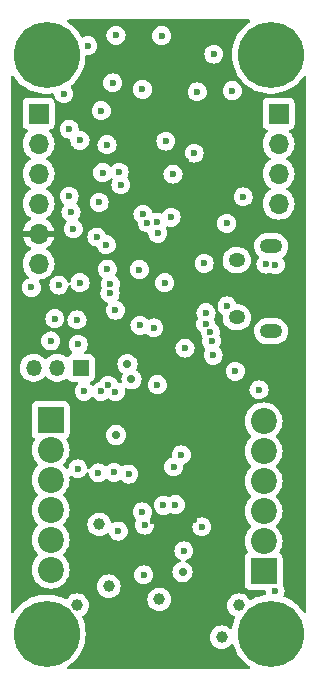
<source format=gbr>
%TF.GenerationSoftware,KiCad,Pcbnew,7.0.5*%
%TF.CreationDate,2023-12-16T01:16:06-08:00*%
%TF.ProjectId,Lyrav3,4c797261-7633-42e6-9b69-6361645f7063,rev?*%
%TF.SameCoordinates,Original*%
%TF.FileFunction,Copper,L3,Inr*%
%TF.FilePolarity,Positive*%
%FSLAX46Y46*%
G04 Gerber Fmt 4.6, Leading zero omitted, Abs format (unit mm)*
G04 Created by KiCad (PCBNEW 7.0.5) date 2023-12-16 01:16:06*
%MOMM*%
%LPD*%
G01*
G04 APERTURE LIST*
%TA.AperFunction,ComponentPad*%
%ADD10C,5.600000*%
%TD*%
%TA.AperFunction,ComponentPad*%
%ADD11R,1.700000X1.700000*%
%TD*%
%TA.AperFunction,ComponentPad*%
%ADD12O,1.700000X1.700000*%
%TD*%
%TA.AperFunction,ComponentPad*%
%ADD13R,2.200000X2.200000*%
%TD*%
%TA.AperFunction,ComponentPad*%
%ADD14C,2.200000*%
%TD*%
%TA.AperFunction,ComponentPad*%
%ADD15R,1.350000X1.350000*%
%TD*%
%TA.AperFunction,ComponentPad*%
%ADD16O,1.350000X1.350000*%
%TD*%
%TA.AperFunction,ComponentPad*%
%ADD17O,1.400000X1.200000*%
%TD*%
%TA.AperFunction,ComponentPad*%
%ADD18O,1.900000X1.200000*%
%TD*%
%TA.AperFunction,ViaPad*%
%ADD19C,1.000000*%
%TD*%
%TA.AperFunction,ViaPad*%
%ADD20C,0.600000*%
%TD*%
%TA.AperFunction,ViaPad*%
%ADD21C,0.700000*%
%TD*%
G04 APERTURE END LIST*
D10*
%TO.N,GND*%
%TO.C,H3*%
X186600000Y-116025000D03*
%TD*%
D11*
%TO.N,/BRKOUT1*%
%TO.C,J8*%
X206248000Y-72009000D03*
D12*
%TO.N,/BRKOUT2*%
X206248000Y-74549000D03*
%TO.N,/BRKOUT3*%
X206248000Y-77089000D03*
%TO.N,/BRKOUT4*%
X206248000Y-79629000D03*
%TD*%
D10*
%TO.N,GND*%
%TO.C,H1*%
X186600000Y-67025000D03*
%TD*%
%TO.N,GND*%
%TO.C,H2*%
X205600000Y-67025000D03*
%TD*%
%TO.N,GND*%
%TO.C,H4*%
X205600000Y-116025000D03*
%TD*%
D13*
%TO.N,/P4-*%
%TO.C,J2*%
X186944000Y-97917000D03*
D14*
%TO.N,+12P*%
X186944000Y-100457000D03*
%TO.N,+12V*%
X186944000Y-102997000D03*
%TO.N,+BATT*%
X186944000Y-105537000D03*
%TO.N,GND*%
X186944000Y-108077000D03*
%TO.N,+BATT*%
X186944000Y-110617000D03*
%TD*%
D13*
%TO.N,+12P*%
%TO.C,J9*%
X204978000Y-110744000D03*
D14*
%TO.N,/P1-*%
X204978000Y-108204000D03*
%TO.N,+12P*%
X204978000Y-105664000D03*
%TO.N,/P2-*%
X204978000Y-103124000D03*
%TO.N,+12P*%
X204978000Y-100584000D03*
%TO.N,/P3-*%
X204978000Y-98044000D03*
%TD*%
D11*
%TO.N,/BRKOUT7*%
%TO.C,J6*%
X185928000Y-71999000D03*
D12*
%TO.N,/BRKOUT6*%
X185928000Y-74539000D03*
%TO.N,/BRKOUT5*%
X185928000Y-77079000D03*
%TO.N,+12VA*%
X185928000Y-79619000D03*
%TO.N,+3V3*%
X185928000Y-82159000D03*
%TO.N,GND*%
X185928000Y-84699000D03*
%TD*%
D15*
%TO.N,/SWCLK*%
%TO.C,J5*%
X189502800Y-93522800D03*
D16*
%TO.N,GND*%
X187502800Y-93522800D03*
%TO.N,/SWD*%
X185502800Y-93522800D03*
%TD*%
D17*
%TO.N,unconnected-(J7-Shield-Pad6)*%
%TO.C,J7*%
X202715200Y-89237200D03*
%TO.N,N/C*%
X202715200Y-84397200D03*
D18*
X205615200Y-83217200D03*
X205615200Y-90417200D03*
%TD*%
D19*
%TO.N,+12VA*%
X191871600Y-112014000D03*
D20*
X188671200Y-80314800D03*
%TO.N,GND*%
X198018400Y-100888800D03*
X191827274Y-95007119D03*
X185318400Y-86715600D03*
X192430400Y-88635800D03*
X199097913Y-75348599D03*
X192684400Y-107340400D03*
X199948800Y-84683600D03*
D19*
X191063407Y-106783345D03*
D20*
X201847784Y-81296069D03*
X188874400Y-81737200D03*
X190093600Y-66243200D03*
X191231011Y-71748973D03*
X187642200Y-86512400D03*
X199360800Y-70154800D03*
X202336400Y-70053200D03*
X199745600Y-106984800D03*
X194716400Y-69951600D03*
X197358000Y-101904800D03*
X201881523Y-88272299D03*
X195986400Y-94945200D03*
X194818000Y-111048800D03*
X191058300Y-79518600D03*
X194716347Y-105711387D03*
X189246999Y-102075477D03*
X198323200Y-91846400D03*
X197154800Y-80772000D03*
D19*
X196138800Y-113131600D03*
D20*
X191346932Y-76994850D03*
X192205000Y-69392800D03*
X204589403Y-95390696D03*
X196342000Y-65405000D03*
X198221600Y-109016800D03*
X191719200Y-74625200D03*
D19*
X201435000Y-116332000D03*
D20*
%TO.N,+3V3*%
X197002400Y-83312000D03*
X195037360Y-76726862D03*
X189788800Y-64820800D03*
X196799200Y-85191600D03*
X199085200Y-106426000D03*
X196415936Y-87384446D03*
X192126781Y-93077991D03*
X185714700Y-89216450D03*
D19*
X198780400Y-115443000D03*
D20*
X200793200Y-70256400D03*
X198424800Y-75996800D03*
X189788800Y-77161200D03*
X195640254Y-106518628D03*
X192511050Y-75569450D03*
X194513200Y-96476000D03*
X188603400Y-87274400D03*
X190193039Y-69006375D03*
X201676000Y-76098400D03*
X191862074Y-81237217D03*
X193443714Y-69240400D03*
X196799200Y-93167200D03*
X196246600Y-70457701D03*
X199847200Y-81686400D03*
%TO.N,+1V1*%
X196607114Y-86313820D03*
X189435481Y-86306919D03*
X200101200Y-88849200D03*
D19*
%TO.N,+12P*%
X202900424Y-113619173D03*
X189179200Y-113616500D03*
D20*
%TO.N,+12V*%
X205943200Y-112420400D03*
%TO.N,/BUZZER*%
X191658300Y-83096755D03*
%TO.N,Net-(D2-A)*%
X203250800Y-79044800D03*
%TO.N,/RUN*%
X191752489Y-85158311D03*
X188061600Y-70307200D03*
X192481200Y-65379600D03*
X188518800Y-78994000D03*
%TO.N,/SWCLK*%
X191973200Y-87223600D03*
%TO.N,/SWD*%
X192006398Y-86410800D03*
%TO.N,/BRKOUT4*%
X196029565Y-82129487D03*
%TO.N,/BRKOUT3*%
X195926300Y-81178400D03*
%TO.N,/BRKOUT2*%
X195129220Y-81240590D03*
%TO.N,/BRKOUT1*%
X194765954Y-80528380D03*
%TO.N,/LEDBLUE*%
X189179200Y-89458800D03*
%TO.N,/LEDGREEN*%
X189281759Y-91541347D03*
%TO.N,/LEDRED*%
X186951061Y-91246300D03*
D21*
%TO.N,/P1 EN *%
X193446400Y-93218000D03*
X198120000Y-110805000D03*
%TO.N,/P2 EN *%
X193791100Y-94488000D03*
X192481200Y-99212400D03*
D20*
%TO.N,/BATT SENSE *%
X190855600Y-82448400D03*
X194462400Y-85201700D03*
%TO.N,/P3 CONT *%
X202587380Y-93811815D03*
X194906233Y-106835516D03*
%TO.N,/QSPI_SS*%
X193548000Y-102514400D03*
X200700700Y-92456000D03*
X200761600Y-66959801D03*
%TO.N,/I2C1 SCL*%
X197307200Y-77114400D03*
X197510400Y-105105200D03*
X192887600Y-78028800D03*
X188518800Y-73304400D03*
X196707700Y-74325977D03*
X205978868Y-84788522D03*
%TO.N,/I2C1 SDA*%
X189433200Y-74269600D03*
X192742450Y-76954750D03*
X196494400Y-105156000D03*
X205181200Y-84734400D03*
%TO.N,/QSPI_SD1*%
X192328800Y-102362000D03*
X200570724Y-91279187D03*
%TO.N,/QSPI_SD2*%
X200463745Y-90486874D03*
X190997900Y-102412800D03*
%TO.N,/QSPI_SDO*%
X200065116Y-89793838D03*
X189788800Y-95504000D03*
%TO.N,/QSPI_SCLK*%
X191213386Y-95519316D03*
X195681600Y-90135300D03*
%TO.N,/QSPI_SD3*%
X192428369Y-95534271D03*
X194513200Y-89916000D03*
%TO.N,Net-(D4-A)*%
X187299600Y-89357200D03*
%TD*%
%TA.AperFunction,Conductor*%
%TO.N,+3V3*%
G36*
X203803786Y-64045185D02*
G01*
X203849541Y-64097989D01*
X203859485Y-64167147D01*
X203830460Y-64230703D01*
X203800677Y-64255748D01*
X203745081Y-64289200D01*
X203656768Y-64356333D01*
X203460172Y-64505781D01*
X203460163Y-64505789D01*
X203200331Y-64751914D01*
X202968641Y-65024680D01*
X202968634Y-65024690D01*
X202767790Y-65320913D01*
X202767784Y-65320922D01*
X202600151Y-65637111D01*
X202600142Y-65637129D01*
X202467674Y-65969600D01*
X202467672Y-65969607D01*
X202371932Y-66314434D01*
X202371926Y-66314460D01*
X202314029Y-66667614D01*
X202314028Y-66667631D01*
X202294652Y-67024997D01*
X202294652Y-67025002D01*
X202300836Y-67139050D01*
X202310067Y-67309323D01*
X202314028Y-67382368D01*
X202314029Y-67382385D01*
X202371926Y-67735539D01*
X202371932Y-67735565D01*
X202467672Y-68080392D01*
X202467674Y-68080399D01*
X202600142Y-68412870D01*
X202600151Y-68412888D01*
X202767784Y-68729077D01*
X202767787Y-68729082D01*
X202767789Y-68729085D01*
X202828861Y-68819160D01*
X202968634Y-69025309D01*
X202968641Y-69025319D01*
X203174632Y-69267830D01*
X203200332Y-69298086D01*
X203460163Y-69544211D01*
X203745081Y-69760800D01*
X204051747Y-69945315D01*
X204051749Y-69945316D01*
X204051751Y-69945317D01*
X204051755Y-69945319D01*
X204078469Y-69957678D01*
X204376565Y-70095591D01*
X204715726Y-70209868D01*
X205065254Y-70286805D01*
X205421052Y-70325500D01*
X205421058Y-70325500D01*
X205778942Y-70325500D01*
X205778948Y-70325500D01*
X206134746Y-70286805D01*
X206484274Y-70209868D01*
X206823435Y-70095591D01*
X207148253Y-69945315D01*
X207454919Y-69760800D01*
X207739837Y-69544211D01*
X207999668Y-69298086D01*
X208231365Y-69025311D01*
X208278359Y-68955998D01*
X208372867Y-68816612D01*
X208426781Y-68772171D01*
X208496164Y-68763933D01*
X208558985Y-68794514D01*
X208595301Y-68854204D01*
X208599500Y-68886199D01*
X208599500Y-114163801D01*
X208579815Y-114230840D01*
X208527011Y-114276595D01*
X208457853Y-114286539D01*
X208394297Y-114257514D01*
X208372867Y-114233388D01*
X208231366Y-114024690D01*
X208231358Y-114024680D01*
X207999668Y-113751914D01*
X207934452Y-113690138D01*
X207739837Y-113505789D01*
X207739830Y-113505783D01*
X207739827Y-113505781D01*
X207627470Y-113420370D01*
X207454919Y-113289200D01*
X207148253Y-113104685D01*
X207148252Y-113104684D01*
X207148248Y-113104682D01*
X207148244Y-113104680D01*
X206823445Y-112954413D01*
X206823440Y-112954411D01*
X206823435Y-112954409D01*
X206746411Y-112928456D01*
X206689167Y-112888397D01*
X206662668Y-112823747D01*
X206668965Y-112769993D01*
X206728566Y-112599662D01*
X206728569Y-112599649D01*
X206748765Y-112420403D01*
X206748765Y-112420396D01*
X206728569Y-112241150D01*
X206728568Y-112241145D01*
X206668988Y-112070875D01*
X206597506Y-111957114D01*
X206578499Y-111891144D01*
X206578499Y-109596128D01*
X206572091Y-109536517D01*
X206521796Y-109401669D01*
X206521795Y-109401668D01*
X206521793Y-109401664D01*
X206435547Y-109286455D01*
X206358894Y-109229072D01*
X206317024Y-109173138D01*
X206312040Y-109103446D01*
X206327476Y-109065021D01*
X206408466Y-108932859D01*
X206504873Y-108700111D01*
X206563683Y-108455148D01*
X206583449Y-108204000D01*
X206563683Y-107952852D01*
X206504873Y-107707889D01*
X206468835Y-107620885D01*
X206408466Y-107475140D01*
X206276839Y-107260346D01*
X206276838Y-107260343D01*
X206198036Y-107168078D01*
X206113224Y-107068776D01*
X206065820Y-107028289D01*
X206027627Y-106969782D01*
X206027129Y-106899914D01*
X206064483Y-106840868D01*
X206065669Y-106839839D01*
X206113224Y-106799224D01*
X206276836Y-106607659D01*
X206408466Y-106392859D01*
X206504873Y-106160111D01*
X206563683Y-105915148D01*
X206583449Y-105664000D01*
X206563683Y-105412852D01*
X206504873Y-105167889D01*
X206478908Y-105105203D01*
X206408466Y-104935140D01*
X206276839Y-104720346D01*
X206276838Y-104720343D01*
X206113224Y-104528776D01*
X206092421Y-104511009D01*
X206065819Y-104488289D01*
X206027627Y-104429784D01*
X206027128Y-104359916D01*
X206064482Y-104300870D01*
X206065756Y-104299764D01*
X206113224Y-104259224D01*
X206276836Y-104067659D01*
X206408466Y-103852859D01*
X206504873Y-103620111D01*
X206563683Y-103375148D01*
X206583449Y-103124000D01*
X206563683Y-102872852D01*
X206504873Y-102627889D01*
X206413404Y-102407062D01*
X206408466Y-102395140D01*
X206276839Y-102180346D01*
X206276838Y-102180343D01*
X206194599Y-102084054D01*
X206113224Y-101988776D01*
X206065820Y-101948289D01*
X206027627Y-101889782D01*
X206027129Y-101819914D01*
X206064483Y-101760868D01*
X206065669Y-101759839D01*
X206113224Y-101719224D01*
X206276836Y-101527659D01*
X206408466Y-101312859D01*
X206504873Y-101080111D01*
X206563683Y-100835148D01*
X206583449Y-100584000D01*
X206563683Y-100332852D01*
X206504873Y-100087889D01*
X206452268Y-99960889D01*
X206408466Y-99855140D01*
X206276839Y-99640346D01*
X206276838Y-99640343D01*
X206113224Y-99448776D01*
X206093495Y-99431926D01*
X206065819Y-99408289D01*
X206027627Y-99349784D01*
X206027128Y-99279916D01*
X206064482Y-99220870D01*
X206065756Y-99219764D01*
X206113224Y-99179224D01*
X206276836Y-98987659D01*
X206408466Y-98772859D01*
X206504873Y-98540111D01*
X206563683Y-98295148D01*
X206583449Y-98044000D01*
X206563683Y-97792852D01*
X206504873Y-97547889D01*
X206408466Y-97315141D01*
X206408466Y-97315140D01*
X206276839Y-97100346D01*
X206276838Y-97100343D01*
X206239875Y-97057066D01*
X206113224Y-96908776D01*
X205986571Y-96800604D01*
X205921656Y-96745161D01*
X205921653Y-96745160D01*
X205706859Y-96613533D01*
X205474110Y-96517126D01*
X205229151Y-96458317D01*
X204978000Y-96438551D01*
X204726848Y-96458317D01*
X204481889Y-96517126D01*
X204249140Y-96613533D01*
X204034346Y-96745160D01*
X204034343Y-96745161D01*
X203842776Y-96908776D01*
X203679161Y-97100343D01*
X203679160Y-97100346D01*
X203547533Y-97315140D01*
X203451126Y-97547889D01*
X203392317Y-97792848D01*
X203372551Y-98043999D01*
X203392317Y-98295151D01*
X203451126Y-98540110D01*
X203547533Y-98772859D01*
X203679160Y-98987653D01*
X203679161Y-98987656D01*
X203719250Y-99034594D01*
X203842776Y-99179224D01*
X203881619Y-99212399D01*
X203890178Y-99219709D01*
X203928371Y-99278216D01*
X203928869Y-99348084D01*
X203891515Y-99407130D01*
X203890179Y-99408288D01*
X203842783Y-99448768D01*
X203842776Y-99448776D01*
X203679161Y-99640343D01*
X203679160Y-99640346D01*
X203547533Y-99855140D01*
X203451126Y-100087889D01*
X203392317Y-100332848D01*
X203372551Y-100583999D01*
X203392317Y-100835151D01*
X203451126Y-101080110D01*
X203547533Y-101312859D01*
X203679160Y-101527653D01*
X203679161Y-101527656D01*
X203720989Y-101576630D01*
X203842776Y-101719224D01*
X203890175Y-101759707D01*
X203890179Y-101759710D01*
X203928372Y-101818217D01*
X203928870Y-101888085D01*
X203891516Y-101947131D01*
X203890179Y-101948290D01*
X203842776Y-101988776D01*
X203679161Y-102180343D01*
X203679160Y-102180346D01*
X203547533Y-102395140D01*
X203451126Y-102627889D01*
X203392317Y-102872848D01*
X203372551Y-103123999D01*
X203392317Y-103375151D01*
X203451126Y-103620110D01*
X203547533Y-103852859D01*
X203679160Y-104067653D01*
X203679161Y-104067656D01*
X203679164Y-104067659D01*
X203842776Y-104259224D01*
X203851881Y-104267000D01*
X203890179Y-104299710D01*
X203928372Y-104358217D01*
X203928870Y-104428085D01*
X203891516Y-104487131D01*
X203890179Y-104488290D01*
X203842776Y-104528776D01*
X203679161Y-104720343D01*
X203679160Y-104720346D01*
X203547533Y-104935140D01*
X203451126Y-105167889D01*
X203392317Y-105412848D01*
X203372551Y-105664000D01*
X203392317Y-105915151D01*
X203451126Y-106160110D01*
X203547533Y-106392859D01*
X203679160Y-106607653D01*
X203679161Y-106607656D01*
X203685102Y-106614612D01*
X203842776Y-106799224D01*
X203876951Y-106828412D01*
X203890178Y-106839709D01*
X203928371Y-106898216D01*
X203928869Y-106968084D01*
X203891515Y-107027130D01*
X203890179Y-107028288D01*
X203842783Y-107068768D01*
X203842776Y-107068776D01*
X203679161Y-107260343D01*
X203679160Y-107260346D01*
X203547533Y-107475140D01*
X203451126Y-107707889D01*
X203392317Y-107952848D01*
X203372551Y-108204000D01*
X203392317Y-108455151D01*
X203451126Y-108700110D01*
X203547533Y-108932859D01*
X203628520Y-109065016D01*
X203646765Y-109132462D01*
X203625649Y-109199064D01*
X203597105Y-109229072D01*
X203520452Y-109286455D01*
X203434206Y-109401664D01*
X203434202Y-109401671D01*
X203383908Y-109536517D01*
X203377501Y-109596116D01*
X203377501Y-109596123D01*
X203377500Y-109596135D01*
X203377500Y-111891870D01*
X203377501Y-111891876D01*
X203383908Y-111951483D01*
X203434202Y-112086328D01*
X203434206Y-112086335D01*
X203520452Y-112201544D01*
X203520455Y-112201547D01*
X203635664Y-112287793D01*
X203635671Y-112287797D01*
X203770517Y-112338091D01*
X203770516Y-112338091D01*
X203777444Y-112338835D01*
X203830127Y-112344500D01*
X205018269Y-112344499D01*
X205085308Y-112364184D01*
X205131063Y-112416987D01*
X205141489Y-112454615D01*
X205157830Y-112599650D01*
X205157832Y-112599657D01*
X205158157Y-112600585D01*
X205158189Y-112601221D01*
X205159382Y-112606447D01*
X205158466Y-112606655D01*
X205161718Y-112670364D01*
X205126989Y-112730991D01*
X205067772Y-112762640D01*
X204715724Y-112840132D01*
X204521377Y-112905616D01*
X204376565Y-112954409D01*
X204376562Y-112954410D01*
X204376563Y-112954410D01*
X204376552Y-112954414D01*
X204051755Y-113104680D01*
X203942690Y-113170302D01*
X203875098Y-113187997D01*
X203808670Y-113166340D01*
X203769403Y-113122503D01*
X203736335Y-113060636D01*
X203736333Y-113060633D01*
X203611307Y-112908289D01*
X203458963Y-112783263D01*
X203458956Y-112783259D01*
X203285157Y-112690361D01*
X203285151Y-112690359D01*
X203096556Y-112633149D01*
X203096553Y-112633148D01*
X202900424Y-112613832D01*
X202704294Y-112633148D01*
X202515690Y-112690361D01*
X202341891Y-112783259D01*
X202341884Y-112783263D01*
X202189540Y-112908289D01*
X202064514Y-113060633D01*
X202064510Y-113060640D01*
X201971612Y-113234439D01*
X201914399Y-113423043D01*
X201895083Y-113619172D01*
X201914399Y-113815302D01*
X201971612Y-114003906D01*
X202064510Y-114177705D01*
X202064514Y-114177712D01*
X202189540Y-114330056D01*
X202341884Y-114455082D01*
X202341891Y-114455086D01*
X202516821Y-114548588D01*
X202566665Y-114597550D01*
X202582126Y-114665688D01*
X202573561Y-114703843D01*
X202467674Y-114969600D01*
X202467672Y-114969607D01*
X202371932Y-115314434D01*
X202371926Y-115314460D01*
X202335600Y-115536039D01*
X202305329Y-115599011D01*
X202245819Y-115635620D01*
X202175962Y-115634244D01*
X202134569Y-115611831D01*
X201993539Y-115496090D01*
X201993532Y-115496086D01*
X201819733Y-115403188D01*
X201819727Y-115403186D01*
X201631132Y-115345976D01*
X201631129Y-115345975D01*
X201435000Y-115326659D01*
X201238870Y-115345975D01*
X201050266Y-115403188D01*
X200876467Y-115496086D01*
X200876460Y-115496090D01*
X200724116Y-115621116D01*
X200599090Y-115773460D01*
X200599086Y-115773467D01*
X200506188Y-115947266D01*
X200448975Y-116135870D01*
X200429659Y-116332000D01*
X200448975Y-116528129D01*
X200448976Y-116528132D01*
X200502921Y-116705965D01*
X200506188Y-116716733D01*
X200599086Y-116890532D01*
X200599090Y-116890539D01*
X200724116Y-117042883D01*
X200876460Y-117167909D01*
X200876467Y-117167913D01*
X201050266Y-117260811D01*
X201050269Y-117260811D01*
X201050273Y-117260814D01*
X201238868Y-117318024D01*
X201435000Y-117337341D01*
X201631132Y-117318024D01*
X201819727Y-117260814D01*
X201993538Y-117167910D01*
X202145883Y-117042883D01*
X202227084Y-116943938D01*
X202284829Y-116904605D01*
X202354674Y-116902734D01*
X202414442Y-116938921D01*
X202442417Y-116989430D01*
X202467673Y-117080397D01*
X202467674Y-117080399D01*
X202600142Y-117412870D01*
X202600151Y-117412888D01*
X202767784Y-117729077D01*
X202767787Y-117729082D01*
X202767789Y-117729085D01*
X202828861Y-117819160D01*
X202968634Y-118025309D01*
X202968641Y-118025319D01*
X203200331Y-118298085D01*
X203200332Y-118298086D01*
X203460163Y-118544211D01*
X203745081Y-118760800D01*
X203800676Y-118794250D01*
X203847970Y-118845679D01*
X203859953Y-118914514D01*
X203832818Y-118978899D01*
X203775181Y-119018393D01*
X203736747Y-119024500D01*
X188463253Y-119024500D01*
X188396214Y-119004815D01*
X188350459Y-118952011D01*
X188340515Y-118882853D01*
X188369540Y-118819297D01*
X188399322Y-118794251D01*
X188454919Y-118760800D01*
X188739837Y-118544211D01*
X188999668Y-118298086D01*
X189231365Y-118025311D01*
X189432211Y-117729085D01*
X189599853Y-117412880D01*
X189732324Y-117080403D01*
X189828071Y-116735552D01*
X189885972Y-116382371D01*
X189905348Y-116025000D01*
X189885972Y-115667629D01*
X189880724Y-115635620D01*
X189828073Y-115314460D01*
X189828072Y-115314459D01*
X189828071Y-115314448D01*
X189732324Y-114969597D01*
X189604425Y-114648594D01*
X189597898Y-114579030D01*
X189630016Y-114516980D01*
X189661163Y-114493340D01*
X189737738Y-114452410D01*
X189890083Y-114327383D01*
X190015110Y-114175038D01*
X190076378Y-114060414D01*
X190108011Y-114001233D01*
X190108011Y-114001232D01*
X190108014Y-114001227D01*
X190165224Y-113812632D01*
X190184541Y-113616500D01*
X190165224Y-113420368D01*
X190108014Y-113231773D01*
X190108011Y-113231769D01*
X190108011Y-113231766D01*
X190054471Y-113131600D01*
X195133459Y-113131600D01*
X195152775Y-113327729D01*
X195209988Y-113516333D01*
X195302886Y-113690132D01*
X195302890Y-113690139D01*
X195427916Y-113842483D01*
X195580260Y-113967509D01*
X195580267Y-113967513D01*
X195754066Y-114060411D01*
X195754069Y-114060411D01*
X195754073Y-114060414D01*
X195942668Y-114117624D01*
X196138800Y-114136941D01*
X196334932Y-114117624D01*
X196523527Y-114060414D01*
X196697338Y-113967510D01*
X196849683Y-113842483D01*
X196974710Y-113690138D01*
X197067614Y-113516327D01*
X197124824Y-113327732D01*
X197144141Y-113131600D01*
X197124824Y-112935468D01*
X197067614Y-112746873D01*
X197067611Y-112746869D01*
X197067611Y-112746866D01*
X196974713Y-112573067D01*
X196974709Y-112573060D01*
X196849683Y-112420716D01*
X196697339Y-112295690D01*
X196697332Y-112295686D01*
X196523533Y-112202788D01*
X196523527Y-112202786D01*
X196334932Y-112145576D01*
X196334929Y-112145575D01*
X196138800Y-112126259D01*
X195942670Y-112145575D01*
X195754066Y-112202788D01*
X195580267Y-112295686D01*
X195580260Y-112295690D01*
X195427916Y-112420716D01*
X195302890Y-112573060D01*
X195302886Y-112573067D01*
X195209988Y-112746866D01*
X195152775Y-112935470D01*
X195133459Y-113131600D01*
X190054471Y-113131600D01*
X190015113Y-113057967D01*
X190015109Y-113057960D01*
X189890083Y-112905616D01*
X189737739Y-112780590D01*
X189737732Y-112780586D01*
X189563933Y-112687688D01*
X189563927Y-112687686D01*
X189384144Y-112633149D01*
X189375329Y-112630475D01*
X189179200Y-112611159D01*
X188983070Y-112630475D01*
X188794466Y-112687688D01*
X188620667Y-112780586D01*
X188620660Y-112780590D01*
X188468316Y-112905616D01*
X188343289Y-113057961D01*
X188343288Y-113057963D01*
X188338428Y-113067056D01*
X188289464Y-113116898D01*
X188221325Y-113132356D01*
X188165146Y-113114849D01*
X188148253Y-113104685D01*
X188148245Y-113104681D01*
X188148243Y-113104680D01*
X188148244Y-113104680D01*
X187823447Y-112954414D01*
X187823441Y-112954411D01*
X187823435Y-112954409D01*
X187627519Y-112888397D01*
X187484273Y-112840131D01*
X187134744Y-112763194D01*
X186778949Y-112724500D01*
X186778948Y-112724500D01*
X186421052Y-112724500D01*
X186421050Y-112724500D01*
X186065255Y-112763194D01*
X185715726Y-112840131D01*
X185459969Y-112926306D01*
X185376565Y-112954409D01*
X185376562Y-112954410D01*
X185376563Y-112954410D01*
X185376552Y-112954414D01*
X185051755Y-113104680D01*
X185051751Y-113104682D01*
X184840537Y-113231766D01*
X184745081Y-113289200D01*
X184694397Y-113327729D01*
X184460172Y-113505781D01*
X184460163Y-113505789D01*
X184200331Y-113751914D01*
X183968641Y-114024680D01*
X183968633Y-114024690D01*
X183827133Y-114233388D01*
X183773219Y-114277829D01*
X183703836Y-114286067D01*
X183641015Y-114255486D01*
X183604699Y-114195796D01*
X183600500Y-114163801D01*
X183600500Y-110617000D01*
X185338551Y-110617000D01*
X185358317Y-110868151D01*
X185417126Y-111113110D01*
X185513533Y-111345859D01*
X185645160Y-111560653D01*
X185645161Y-111560656D01*
X185645164Y-111560659D01*
X185808776Y-111752224D01*
X185928368Y-111854365D01*
X186000343Y-111915838D01*
X186000346Y-111915839D01*
X186215140Y-112047466D01*
X186308979Y-112086335D01*
X186447889Y-112143873D01*
X186692852Y-112202683D01*
X186944000Y-112222449D01*
X187195148Y-112202683D01*
X187440111Y-112143873D01*
X187672859Y-112047466D01*
X187727470Y-112014000D01*
X190866259Y-112014000D01*
X190885575Y-112210129D01*
X190885576Y-112210132D01*
X190932307Y-112364184D01*
X190942788Y-112398733D01*
X191035686Y-112572532D01*
X191035690Y-112572539D01*
X191160716Y-112724883D01*
X191313060Y-112849909D01*
X191313067Y-112849913D01*
X191486866Y-112942811D01*
X191486869Y-112942811D01*
X191486873Y-112942814D01*
X191675468Y-113000024D01*
X191871600Y-113019341D01*
X192067732Y-113000024D01*
X192256327Y-112942814D01*
X192270071Y-112935468D01*
X192430132Y-112849913D01*
X192430138Y-112849910D01*
X192582483Y-112724883D01*
X192707510Y-112572538D01*
X192800414Y-112398727D01*
X192857624Y-112210132D01*
X192876941Y-112014000D01*
X192857624Y-111817868D01*
X192800414Y-111629273D01*
X192800411Y-111629269D01*
X192800411Y-111629266D01*
X192707513Y-111455467D01*
X192707509Y-111455460D01*
X192582483Y-111303116D01*
X192430139Y-111178090D01*
X192430132Y-111178086D01*
X192256333Y-111085188D01*
X192256327Y-111085186D01*
X192136389Y-111048803D01*
X194012435Y-111048803D01*
X194032630Y-111228049D01*
X194032631Y-111228054D01*
X194092211Y-111398323D01*
X194184758Y-111545610D01*
X194188184Y-111551062D01*
X194315738Y-111678616D01*
X194468478Y-111774589D01*
X194592168Y-111817870D01*
X194638745Y-111834168D01*
X194638750Y-111834169D01*
X194817996Y-111854365D01*
X194818000Y-111854365D01*
X194818004Y-111854365D01*
X194997249Y-111834169D01*
X194997252Y-111834168D01*
X194997255Y-111834168D01*
X195167522Y-111774589D01*
X195320262Y-111678616D01*
X195447816Y-111551062D01*
X195543789Y-111398322D01*
X195603368Y-111228055D01*
X195608998Y-111178086D01*
X195623565Y-111048803D01*
X195623565Y-111048796D01*
X195603369Y-110869550D01*
X195603368Y-110869545D01*
X195580782Y-110804999D01*
X197264815Y-110804999D01*
X197283503Y-110982805D01*
X197283504Y-110982807D01*
X197338747Y-111152829D01*
X197338750Y-111152835D01*
X197428141Y-111307665D01*
X197462531Y-111345859D01*
X197547764Y-111440521D01*
X197547767Y-111440523D01*
X197547770Y-111440526D01*
X197692407Y-111545612D01*
X197855733Y-111618329D01*
X198030609Y-111655500D01*
X198030610Y-111655500D01*
X198209389Y-111655500D01*
X198209391Y-111655500D01*
X198384267Y-111618329D01*
X198547593Y-111545612D01*
X198692230Y-111440526D01*
X198811859Y-111307665D01*
X198901250Y-111152835D01*
X198956497Y-110982803D01*
X198975185Y-110805000D01*
X198956497Y-110627197D01*
X198901250Y-110457165D01*
X198811859Y-110302335D01*
X198758645Y-110243235D01*
X198692235Y-110169478D01*
X198692232Y-110169476D01*
X198692231Y-110169475D01*
X198692230Y-110169474D01*
X198547593Y-110064388D01*
X198438726Y-110015917D01*
X198385491Y-109970668D01*
X198365170Y-109903819D01*
X198384215Y-109836595D01*
X198436581Y-109790340D01*
X198448196Y-109785602D01*
X198571122Y-109742589D01*
X198723862Y-109646616D01*
X198851416Y-109519062D01*
X198947389Y-109366322D01*
X199006968Y-109196055D01*
X199014133Y-109132462D01*
X199027165Y-109016803D01*
X199027165Y-109016796D01*
X199006969Y-108837550D01*
X199006968Y-108837545D01*
X198947388Y-108667276D01*
X198851415Y-108514537D01*
X198723862Y-108386984D01*
X198571123Y-108291011D01*
X198400854Y-108231431D01*
X198400849Y-108231430D01*
X198221604Y-108211235D01*
X198221596Y-108211235D01*
X198042350Y-108231430D01*
X198042345Y-108231431D01*
X197872076Y-108291011D01*
X197719337Y-108386984D01*
X197591784Y-108514537D01*
X197495811Y-108667276D01*
X197436231Y-108837545D01*
X197436230Y-108837550D01*
X197416035Y-109016796D01*
X197416035Y-109016803D01*
X197436230Y-109196049D01*
X197436231Y-109196054D01*
X197495811Y-109366323D01*
X197591784Y-109519061D01*
X197591784Y-109519062D01*
X197719338Y-109646616D01*
X197761871Y-109673341D01*
X197872080Y-109742590D01*
X197890744Y-109749121D01*
X197947521Y-109789841D01*
X197973270Y-109854793D01*
X197959815Y-109923355D01*
X197911429Y-109973759D01*
X197875576Y-109987453D01*
X197863262Y-109990070D01*
X197855733Y-109991671D01*
X197855732Y-109991671D01*
X197855729Y-109991672D01*
X197855728Y-109991672D01*
X197692408Y-110064387D01*
X197547768Y-110169475D01*
X197428140Y-110302336D01*
X197338750Y-110457164D01*
X197338747Y-110457170D01*
X197283504Y-110627192D01*
X197283503Y-110627194D01*
X197264815Y-110804999D01*
X195580782Y-110804999D01*
X195543788Y-110699276D01*
X195447815Y-110546537D01*
X195320262Y-110418984D01*
X195167523Y-110323011D01*
X194997254Y-110263431D01*
X194997249Y-110263430D01*
X194818004Y-110243235D01*
X194817996Y-110243235D01*
X194638750Y-110263430D01*
X194638745Y-110263431D01*
X194468476Y-110323011D01*
X194315737Y-110418984D01*
X194188184Y-110546537D01*
X194092211Y-110699276D01*
X194032631Y-110869545D01*
X194032630Y-110869550D01*
X194012435Y-111048796D01*
X194012435Y-111048803D01*
X192136389Y-111048803D01*
X192067732Y-111027976D01*
X192067729Y-111027975D01*
X191871600Y-111008659D01*
X191675470Y-111027975D01*
X191486866Y-111085188D01*
X191313067Y-111178086D01*
X191313060Y-111178090D01*
X191160716Y-111303116D01*
X191035690Y-111455460D01*
X191035686Y-111455467D01*
X190942788Y-111629266D01*
X190885575Y-111817870D01*
X190866259Y-112014000D01*
X187727470Y-112014000D01*
X187887659Y-111915836D01*
X188079224Y-111752224D01*
X188242836Y-111560659D01*
X188374466Y-111345859D01*
X188470873Y-111113111D01*
X188529683Y-110868148D01*
X188549449Y-110617000D01*
X188529683Y-110365852D01*
X188470873Y-110120889D01*
X188470873Y-110120888D01*
X188374466Y-109888140D01*
X188242839Y-109673346D01*
X188242838Y-109673343D01*
X188079224Y-109481776D01*
X188079215Y-109481768D01*
X188031819Y-109441289D01*
X187993627Y-109382784D01*
X187993128Y-109312916D01*
X188030482Y-109253870D01*
X188031756Y-109252764D01*
X188079224Y-109212224D01*
X188242836Y-109020659D01*
X188374466Y-108805859D01*
X188470873Y-108573111D01*
X188529683Y-108328148D01*
X188549449Y-108077000D01*
X188529683Y-107825852D01*
X188470873Y-107580889D01*
X188470872Y-107580889D01*
X188374466Y-107348140D01*
X188242839Y-107133346D01*
X188242838Y-107133343D01*
X188079224Y-106941776D01*
X188070118Y-106933999D01*
X188031819Y-106901289D01*
X187993627Y-106842784D01*
X187993202Y-106783344D01*
X190058066Y-106783344D01*
X190077382Y-106979474D01*
X190078998Y-106984800D01*
X190133374Y-107164055D01*
X190134595Y-107168078D01*
X190227493Y-107341877D01*
X190227497Y-107341884D01*
X190352523Y-107494228D01*
X190504867Y-107619254D01*
X190504874Y-107619258D01*
X190678673Y-107712156D01*
X190678676Y-107712156D01*
X190678680Y-107712159D01*
X190867275Y-107769369D01*
X191063407Y-107788686D01*
X191259539Y-107769369D01*
X191448134Y-107712159D01*
X191451072Y-107710589D01*
X191621939Y-107619258D01*
X191621945Y-107619255D01*
X191727170Y-107532898D01*
X191791478Y-107505586D01*
X191860346Y-107517377D01*
X191911906Y-107564529D01*
X191922876Y-107587797D01*
X191958611Y-107689923D01*
X192054583Y-107842662D01*
X192054584Y-107842662D01*
X192182138Y-107970216D01*
X192334878Y-108066189D01*
X192505145Y-108125768D01*
X192505150Y-108125769D01*
X192684396Y-108145965D01*
X192684400Y-108145965D01*
X192684404Y-108145965D01*
X192863649Y-108125769D01*
X192863652Y-108125768D01*
X192863655Y-108125768D01*
X193033922Y-108066189D01*
X193186662Y-107970216D01*
X193314216Y-107842662D01*
X193410189Y-107689922D01*
X193469768Y-107519655D01*
X193470025Y-107517377D01*
X193489965Y-107340403D01*
X193489965Y-107340396D01*
X193469769Y-107161150D01*
X193469768Y-107161145D01*
X193437444Y-107068768D01*
X193410189Y-106990878D01*
X193406367Y-106984796D01*
X193353896Y-106901288D01*
X193314216Y-106838138D01*
X193186662Y-106710584D01*
X193160702Y-106694272D01*
X193033923Y-106614611D01*
X192863654Y-106555031D01*
X192863649Y-106555030D01*
X192684404Y-106534835D01*
X192684396Y-106534835D01*
X192505150Y-106555030D01*
X192505145Y-106555031D01*
X192334874Y-106614612D01*
X192238334Y-106675272D01*
X192171098Y-106694272D01*
X192104263Y-106673904D01*
X192059049Y-106620636D01*
X192051743Y-106592964D01*
X192050620Y-106593188D01*
X192049433Y-106587222D01*
X192049431Y-106587215D01*
X192049431Y-106587213D01*
X191992221Y-106398618D01*
X191992218Y-106398614D01*
X191992218Y-106398611D01*
X191899320Y-106224812D01*
X191899316Y-106224805D01*
X191774290Y-106072461D01*
X191621946Y-105947435D01*
X191621939Y-105947431D01*
X191448140Y-105854533D01*
X191448134Y-105854531D01*
X191259539Y-105797321D01*
X191259536Y-105797320D01*
X191063407Y-105778004D01*
X190867277Y-105797320D01*
X190678673Y-105854533D01*
X190504874Y-105947431D01*
X190504867Y-105947435D01*
X190352523Y-106072461D01*
X190227497Y-106224805D01*
X190227493Y-106224812D01*
X190134595Y-106398611D01*
X190077382Y-106587215D01*
X190058066Y-106783344D01*
X187993202Y-106783344D01*
X187993128Y-106772916D01*
X188030482Y-106713870D01*
X188031756Y-106712764D01*
X188079224Y-106672224D01*
X188242836Y-106480659D01*
X188374466Y-106265859D01*
X188470873Y-106033111D01*
X188529683Y-105788148D01*
X188535724Y-105711390D01*
X193910782Y-105711390D01*
X193930977Y-105890636D01*
X193930978Y-105890641D01*
X193990558Y-106060910D01*
X194086531Y-106213649D01*
X194179373Y-106306491D01*
X194212858Y-106367814D01*
X194207874Y-106437506D01*
X194196687Y-106460142D01*
X194180442Y-106485995D01*
X194120866Y-106656253D01*
X194120863Y-106656266D01*
X194100668Y-106835512D01*
X194100668Y-106835519D01*
X194120863Y-107014765D01*
X194120864Y-107014770D01*
X194180444Y-107185039D01*
X194227760Y-107260341D01*
X194276417Y-107337778D01*
X194403971Y-107465332D01*
X194556711Y-107561305D01*
X194565925Y-107564529D01*
X194726978Y-107620884D01*
X194726983Y-107620885D01*
X194906229Y-107641081D01*
X194906233Y-107641081D01*
X194906237Y-107641081D01*
X195085482Y-107620885D01*
X195085485Y-107620884D01*
X195085488Y-107620884D01*
X195255755Y-107561305D01*
X195408495Y-107465332D01*
X195536049Y-107337778D01*
X195632022Y-107185038D01*
X195691601Y-107014771D01*
X195694293Y-106990878D01*
X195694977Y-106984803D01*
X198940035Y-106984803D01*
X198960230Y-107164049D01*
X198960231Y-107164054D01*
X199019811Y-107334323D01*
X199115783Y-107487062D01*
X199115784Y-107487062D01*
X199243338Y-107614616D01*
X199285457Y-107641081D01*
X199363186Y-107689922D01*
X199396078Y-107710589D01*
X199564062Y-107769369D01*
X199566345Y-107770168D01*
X199566350Y-107770169D01*
X199745596Y-107790365D01*
X199745600Y-107790365D01*
X199745604Y-107790365D01*
X199924849Y-107770169D01*
X199924852Y-107770168D01*
X199924855Y-107770168D01*
X200095122Y-107710589D01*
X200247862Y-107614616D01*
X200375416Y-107487062D01*
X200471389Y-107334322D01*
X200530968Y-107164055D01*
X200530969Y-107164049D01*
X200551165Y-106984803D01*
X200551165Y-106984796D01*
X200530969Y-106805550D01*
X200530968Y-106805545D01*
X200523200Y-106783345D01*
X200471389Y-106635278D01*
X200375416Y-106482538D01*
X200247862Y-106354984D01*
X200213279Y-106333254D01*
X200095123Y-106259011D01*
X199924854Y-106199431D01*
X199924849Y-106199430D01*
X199745604Y-106179235D01*
X199745596Y-106179235D01*
X199566350Y-106199430D01*
X199566345Y-106199431D01*
X199396076Y-106259011D01*
X199243337Y-106354984D01*
X199115784Y-106482537D01*
X199019811Y-106635276D01*
X198960231Y-106805545D01*
X198960230Y-106805550D01*
X198940035Y-106984796D01*
X198940035Y-106984803D01*
X195694977Y-106984803D01*
X195711798Y-106835519D01*
X195711798Y-106835512D01*
X195691602Y-106656266D01*
X195691601Y-106656261D01*
X195632021Y-106485992D01*
X195577120Y-106398618D01*
X195536049Y-106333254D01*
X195443206Y-106240411D01*
X195409721Y-106179088D01*
X195414705Y-106109396D01*
X195425894Y-106086757D01*
X195442136Y-106060909D01*
X195501715Y-105890642D01*
X195501716Y-105890636D01*
X195521912Y-105711390D01*
X195521912Y-105711383D01*
X195501716Y-105532137D01*
X195501714Y-105532128D01*
X195442135Y-105361863D01*
X195346162Y-105209124D01*
X195293041Y-105156003D01*
X195688835Y-105156003D01*
X195709030Y-105335249D01*
X195709031Y-105335254D01*
X195768611Y-105505523D01*
X195832664Y-105607462D01*
X195864584Y-105658262D01*
X195992138Y-105785816D01*
X196144878Y-105881789D01*
X196227687Y-105910765D01*
X196315145Y-105941368D01*
X196315150Y-105941369D01*
X196494396Y-105961565D01*
X196494400Y-105961565D01*
X196494404Y-105961565D01*
X196673649Y-105941369D01*
X196673652Y-105941368D01*
X196673655Y-105941368D01*
X196843922Y-105881789D01*
X196976852Y-105798263D01*
X197044087Y-105779263D01*
X197108795Y-105798264D01*
X197160873Y-105830987D01*
X197160877Y-105830988D01*
X197160878Y-105830989D01*
X197228163Y-105854533D01*
X197331145Y-105890568D01*
X197331150Y-105890569D01*
X197510396Y-105910765D01*
X197510400Y-105910765D01*
X197510404Y-105910765D01*
X197689649Y-105890569D01*
X197689652Y-105890568D01*
X197689655Y-105890568D01*
X197859922Y-105830989D01*
X198012662Y-105735016D01*
X198140216Y-105607462D01*
X198236189Y-105454722D01*
X198295768Y-105284455D01*
X198310241Y-105156003D01*
X198315965Y-105105203D01*
X198315965Y-105105196D01*
X198295769Y-104925950D01*
X198295768Y-104925945D01*
X198288727Y-104905822D01*
X198236189Y-104755678D01*
X198213988Y-104720346D01*
X198140215Y-104602937D01*
X198012662Y-104475384D01*
X197859923Y-104379411D01*
X197689654Y-104319831D01*
X197689649Y-104319830D01*
X197510404Y-104299635D01*
X197510396Y-104299635D01*
X197331150Y-104319830D01*
X197331145Y-104319831D01*
X197160876Y-104379411D01*
X197027948Y-104462936D01*
X196960711Y-104481936D01*
X196896005Y-104462936D01*
X196843920Y-104430209D01*
X196673662Y-104370633D01*
X196673649Y-104370630D01*
X196494404Y-104350435D01*
X196494396Y-104350435D01*
X196315150Y-104370630D01*
X196315145Y-104370631D01*
X196144876Y-104430211D01*
X195992137Y-104526184D01*
X195864584Y-104653737D01*
X195768611Y-104806476D01*
X195709031Y-104976745D01*
X195709030Y-104976750D01*
X195688835Y-105155996D01*
X195688835Y-105156003D01*
X195293041Y-105156003D01*
X195218609Y-105081571D01*
X195065870Y-104985598D01*
X194895601Y-104926018D01*
X194895596Y-104926017D01*
X194716351Y-104905822D01*
X194716343Y-104905822D01*
X194537097Y-104926017D01*
X194537092Y-104926018D01*
X194366823Y-104985598D01*
X194214084Y-105081571D01*
X194086531Y-105209124D01*
X193990558Y-105361863D01*
X193930980Y-105532128D01*
X193930977Y-105532137D01*
X193910782Y-105711383D01*
X193910782Y-105711390D01*
X188535724Y-105711390D01*
X188549449Y-105537000D01*
X188529683Y-105285852D01*
X188470873Y-105040889D01*
X188427071Y-104935140D01*
X188374466Y-104808140D01*
X188242839Y-104593346D01*
X188242838Y-104593343D01*
X188079224Y-104401776D01*
X188070119Y-104394000D01*
X188031819Y-104361289D01*
X187993627Y-104302784D01*
X187993128Y-104232916D01*
X188030482Y-104173870D01*
X188031756Y-104172764D01*
X188079224Y-104132224D01*
X188242836Y-103940659D01*
X188374466Y-103725859D01*
X188470873Y-103493111D01*
X188529683Y-103248148D01*
X188549449Y-102997000D01*
X188534218Y-102803480D01*
X188548582Y-102735106D01*
X188597633Y-102685349D01*
X188665798Y-102670010D01*
X188731435Y-102693959D01*
X188742996Y-102703904D01*
X188744736Y-102705292D01*
X188744737Y-102705293D01*
X188897477Y-102801266D01*
X188988025Y-102832950D01*
X189067744Y-102860845D01*
X189067749Y-102860846D01*
X189246995Y-102881042D01*
X189246999Y-102881042D01*
X189247003Y-102881042D01*
X189426248Y-102860846D01*
X189426251Y-102860845D01*
X189426254Y-102860845D01*
X189596521Y-102801266D01*
X189749261Y-102705293D01*
X189876815Y-102577739D01*
X189971580Y-102426920D01*
X190023915Y-102380630D01*
X190092968Y-102369982D01*
X190156817Y-102398357D01*
X190195189Y-102456746D01*
X190199794Y-102479009D01*
X190212530Y-102592050D01*
X190212531Y-102592054D01*
X190272111Y-102762323D01*
X190346708Y-102881042D01*
X190368084Y-102915062D01*
X190495638Y-103042616D01*
X190648378Y-103138589D01*
X190731187Y-103167565D01*
X190818645Y-103198168D01*
X190818650Y-103198169D01*
X190997896Y-103218365D01*
X190997900Y-103218365D01*
X190997904Y-103218365D01*
X191177149Y-103198169D01*
X191177152Y-103198168D01*
X191177155Y-103198168D01*
X191347422Y-103138589D01*
X191500162Y-103042616D01*
X191601068Y-102941709D01*
X191662392Y-102908224D01*
X191732084Y-102913208D01*
X191776431Y-102941708D01*
X191826538Y-102991816D01*
X191979278Y-103087789D01*
X192082763Y-103124000D01*
X192149545Y-103147368D01*
X192149550Y-103147369D01*
X192328796Y-103167565D01*
X192328800Y-103167565D01*
X192328804Y-103167565D01*
X192508049Y-103147369D01*
X192508052Y-103147368D01*
X192508055Y-103147368D01*
X192678322Y-103087789D01*
X192785578Y-103020395D01*
X192852813Y-103001395D01*
X192919648Y-103021762D01*
X192939230Y-103037708D01*
X193045738Y-103144216D01*
X193198478Y-103240189D01*
X193368745Y-103299768D01*
X193368750Y-103299769D01*
X193547996Y-103319965D01*
X193548000Y-103319965D01*
X193548004Y-103319965D01*
X193727249Y-103299769D01*
X193727252Y-103299768D01*
X193727255Y-103299768D01*
X193897522Y-103240189D01*
X194050262Y-103144216D01*
X194177816Y-103016662D01*
X194273789Y-102863922D01*
X194333368Y-102693655D01*
X194340778Y-102627889D01*
X194353565Y-102514403D01*
X194353565Y-102514396D01*
X194333369Y-102335150D01*
X194333368Y-102335145D01*
X194305087Y-102254322D01*
X194273789Y-102164878D01*
X194177816Y-102012138D01*
X194070481Y-101904803D01*
X196552435Y-101904803D01*
X196572630Y-102084049D01*
X196572631Y-102084054D01*
X196632211Y-102254323D01*
X196722714Y-102398357D01*
X196728184Y-102407062D01*
X196855738Y-102534616D01*
X197008478Y-102630589D01*
X197121137Y-102670010D01*
X197178745Y-102690168D01*
X197178750Y-102690169D01*
X197357996Y-102710365D01*
X197358000Y-102710365D01*
X197358004Y-102710365D01*
X197537249Y-102690169D01*
X197537252Y-102690168D01*
X197537255Y-102690168D01*
X197707522Y-102630589D01*
X197860262Y-102534616D01*
X197987816Y-102407062D01*
X198083789Y-102254322D01*
X198143368Y-102084055D01*
X198143662Y-102081447D01*
X198163565Y-101904803D01*
X198163565Y-101904796D01*
X198150930Y-101792656D01*
X198162985Y-101723835D01*
X198210334Y-101672455D01*
X198233190Y-101661733D01*
X198367922Y-101614589D01*
X198520662Y-101518616D01*
X198648216Y-101391062D01*
X198744189Y-101238322D01*
X198803768Y-101068055D01*
X198823965Y-100888800D01*
X198817920Y-100835151D01*
X198803769Y-100709550D01*
X198803768Y-100709545D01*
X198759838Y-100584000D01*
X198744189Y-100539278D01*
X198648216Y-100386538D01*
X198520662Y-100258984D01*
X198520661Y-100258983D01*
X198367923Y-100163011D01*
X198197654Y-100103431D01*
X198197649Y-100103430D01*
X198018404Y-100083235D01*
X198018396Y-100083235D01*
X197839150Y-100103430D01*
X197839145Y-100103431D01*
X197668876Y-100163011D01*
X197516137Y-100258984D01*
X197388584Y-100386537D01*
X197292611Y-100539276D01*
X197233031Y-100709545D01*
X197233030Y-100709550D01*
X197212835Y-100888796D01*
X197212835Y-100888804D01*
X197225469Y-101000943D01*
X197213414Y-101069765D01*
X197166065Y-101121144D01*
X197143204Y-101131867D01*
X197008480Y-101179009D01*
X196855737Y-101274984D01*
X196728184Y-101402537D01*
X196632211Y-101555276D01*
X196572631Y-101725545D01*
X196572630Y-101725550D01*
X196552435Y-101904796D01*
X196552435Y-101904803D01*
X194070481Y-101904803D01*
X194050262Y-101884584D01*
X194035016Y-101875004D01*
X193897523Y-101788611D01*
X193727254Y-101729031D01*
X193727249Y-101729030D01*
X193548004Y-101708835D01*
X193547996Y-101708835D01*
X193368750Y-101729030D01*
X193368745Y-101729031D01*
X193198476Y-101788611D01*
X193091222Y-101856004D01*
X193023985Y-101875004D01*
X192957150Y-101854636D01*
X192937569Y-101838691D01*
X192831062Y-101732184D01*
X192678323Y-101636211D01*
X192508054Y-101576631D01*
X192508049Y-101576630D01*
X192328804Y-101556435D01*
X192328796Y-101556435D01*
X192149550Y-101576630D01*
X192149545Y-101576631D01*
X191979276Y-101636211D01*
X191826537Y-101732184D01*
X191725631Y-101833091D01*
X191664308Y-101866576D01*
X191594616Y-101861592D01*
X191550269Y-101833091D01*
X191500162Y-101782984D01*
X191347423Y-101687011D01*
X191177154Y-101627431D01*
X191177149Y-101627430D01*
X190997904Y-101607235D01*
X190997896Y-101607235D01*
X190818650Y-101627430D01*
X190818645Y-101627431D01*
X190648376Y-101687011D01*
X190495637Y-101782984D01*
X190368082Y-101910539D01*
X190273317Y-102061356D01*
X190220982Y-102107647D01*
X190151929Y-102118294D01*
X190088081Y-102089919D01*
X190049709Y-102031529D01*
X190045104Y-102009266D01*
X190032368Y-101896227D01*
X190032367Y-101896222D01*
X190028295Y-101884584D01*
X189972788Y-101725955D01*
X189972530Y-101725545D01*
X189914198Y-101632710D01*
X189876815Y-101573215D01*
X189749261Y-101445661D01*
X189596522Y-101349688D01*
X189426253Y-101290108D01*
X189426248Y-101290107D01*
X189247003Y-101269912D01*
X189246995Y-101269912D01*
X189067749Y-101290107D01*
X189067744Y-101290108D01*
X188897475Y-101349688D01*
X188744736Y-101445661D01*
X188617183Y-101573214D01*
X188521210Y-101725953D01*
X188461630Y-101896222D01*
X188461629Y-101896226D01*
X188452475Y-101977478D01*
X188425408Y-102041892D01*
X188367814Y-102081447D01*
X188297977Y-102083584D01*
X188238070Y-102047626D01*
X188234982Y-102044145D01*
X188079224Y-101861776D01*
X188031819Y-101821289D01*
X187993627Y-101762784D01*
X187993128Y-101692916D01*
X188030482Y-101633870D01*
X188031756Y-101632764D01*
X188079224Y-101592224D01*
X188242836Y-101400659D01*
X188374466Y-101185859D01*
X188470873Y-100953111D01*
X188529683Y-100708148D01*
X188549449Y-100457000D01*
X188529683Y-100205852D01*
X188470873Y-99960889D01*
X188427071Y-99855140D01*
X188374466Y-99728140D01*
X188293479Y-99595983D01*
X188275234Y-99528538D01*
X188296350Y-99461935D01*
X188324891Y-99431929D01*
X188401546Y-99374546D01*
X188487796Y-99259331D01*
X188505300Y-99212400D01*
X191626015Y-99212400D01*
X191644703Y-99390205D01*
X191644704Y-99390207D01*
X191699947Y-99560229D01*
X191699950Y-99560235D01*
X191789341Y-99715065D01*
X191801114Y-99728140D01*
X191908964Y-99847921D01*
X191908967Y-99847923D01*
X191908970Y-99847926D01*
X192053607Y-99953012D01*
X192216933Y-100025729D01*
X192391809Y-100062900D01*
X192391810Y-100062900D01*
X192570589Y-100062900D01*
X192570591Y-100062900D01*
X192745467Y-100025729D01*
X192908793Y-99953012D01*
X193053430Y-99847926D01*
X193173059Y-99715065D01*
X193262450Y-99560235D01*
X193317697Y-99390203D01*
X193336385Y-99212400D01*
X193317697Y-99034597D01*
X193262450Y-98864565D01*
X193173059Y-98709735D01*
X193126203Y-98657696D01*
X193053435Y-98576878D01*
X193053432Y-98576876D01*
X193053431Y-98576875D01*
X193053430Y-98576874D01*
X192908793Y-98471788D01*
X192745467Y-98399071D01*
X192745465Y-98399070D01*
X192617794Y-98371933D01*
X192570591Y-98361900D01*
X192391809Y-98361900D01*
X192361154Y-98368415D01*
X192216933Y-98399070D01*
X192216928Y-98399072D01*
X192053608Y-98471787D01*
X191908968Y-98576875D01*
X191789340Y-98709736D01*
X191699950Y-98864564D01*
X191699947Y-98864570D01*
X191644704Y-99034592D01*
X191644703Y-99034594D01*
X191626015Y-99212400D01*
X188505300Y-99212400D01*
X188538091Y-99124483D01*
X188544500Y-99064873D01*
X188544499Y-96769128D01*
X188538091Y-96709517D01*
X188502291Y-96613533D01*
X188487797Y-96574671D01*
X188487793Y-96574664D01*
X188401547Y-96459455D01*
X188401544Y-96459452D01*
X188286335Y-96373206D01*
X188286328Y-96373202D01*
X188151482Y-96322908D01*
X188151483Y-96322908D01*
X188091883Y-96316501D01*
X188091881Y-96316500D01*
X188091873Y-96316500D01*
X188091864Y-96316500D01*
X185796129Y-96316500D01*
X185796123Y-96316501D01*
X185736516Y-96322908D01*
X185601671Y-96373202D01*
X185601664Y-96373206D01*
X185486455Y-96459452D01*
X185486452Y-96459455D01*
X185400206Y-96574664D01*
X185400202Y-96574671D01*
X185349908Y-96709517D01*
X185346076Y-96745164D01*
X185343501Y-96769123D01*
X185343500Y-96769135D01*
X185343500Y-99064870D01*
X185343501Y-99064876D01*
X185349908Y-99124483D01*
X185400202Y-99259328D01*
X185400206Y-99259335D01*
X185486452Y-99374544D01*
X185486455Y-99374547D01*
X185563104Y-99431927D01*
X185604975Y-99487861D01*
X185609959Y-99557552D01*
X185594520Y-99595983D01*
X185513533Y-99728140D01*
X185417126Y-99960889D01*
X185358317Y-100205848D01*
X185338551Y-100457000D01*
X185358317Y-100708151D01*
X185417126Y-100953110D01*
X185513533Y-101185859D01*
X185645160Y-101400653D01*
X185645161Y-101400656D01*
X185683599Y-101445661D01*
X185808776Y-101592224D01*
X185849997Y-101627430D01*
X185856179Y-101632710D01*
X185894372Y-101691217D01*
X185894870Y-101761085D01*
X185857516Y-101820131D01*
X185856179Y-101821290D01*
X185808776Y-101861776D01*
X185645161Y-102053343D01*
X185645160Y-102053346D01*
X185513533Y-102268140D01*
X185417126Y-102500889D01*
X185358317Y-102745848D01*
X185342415Y-102947900D01*
X185338551Y-102997000D01*
X185340392Y-103020396D01*
X185358317Y-103248151D01*
X185417126Y-103493110D01*
X185513533Y-103725859D01*
X185645160Y-103940653D01*
X185645161Y-103940656D01*
X185645164Y-103940659D01*
X185808776Y-104132224D01*
X185856178Y-104172709D01*
X185856179Y-104172710D01*
X185894372Y-104231217D01*
X185894870Y-104301085D01*
X185857516Y-104360131D01*
X185856179Y-104361290D01*
X185808776Y-104401776D01*
X185645161Y-104593343D01*
X185645160Y-104593346D01*
X185513533Y-104808140D01*
X185417126Y-105040889D01*
X185358317Y-105285848D01*
X185338551Y-105536999D01*
X185358317Y-105788151D01*
X185417126Y-106033110D01*
X185513533Y-106265859D01*
X185645160Y-106480653D01*
X185645161Y-106480656D01*
X185808775Y-106672223D01*
X185808776Y-106672224D01*
X185856179Y-106712710D01*
X185894371Y-106771215D01*
X185894871Y-106841083D01*
X185857517Y-106900129D01*
X185856180Y-106901288D01*
X185808777Y-106941775D01*
X185645161Y-107133343D01*
X185645160Y-107133346D01*
X185513533Y-107348140D01*
X185417126Y-107580889D01*
X185358317Y-107825848D01*
X185338551Y-108076999D01*
X185358317Y-108328151D01*
X185417126Y-108573110D01*
X185513533Y-108805859D01*
X185645160Y-109020653D01*
X185645161Y-109020656D01*
X185683048Y-109065016D01*
X185808776Y-109212224D01*
X185828503Y-109229072D01*
X185856178Y-109252709D01*
X185894371Y-109311216D01*
X185894869Y-109381084D01*
X185857515Y-109440130D01*
X185856179Y-109441288D01*
X185808783Y-109481768D01*
X185808776Y-109481776D01*
X185645161Y-109673343D01*
X185645160Y-109673346D01*
X185513533Y-109888140D01*
X185417126Y-110120889D01*
X185358317Y-110365848D01*
X185338551Y-110617000D01*
X183600500Y-110617000D01*
X183600500Y-93522800D01*
X184322264Y-93522800D01*
X184342364Y-93739718D01*
X184342364Y-93739720D01*
X184342365Y-93739723D01*
X184374744Y-93853523D01*
X184401984Y-93949262D01*
X184479217Y-94104366D01*
X184499088Y-94144272D01*
X184630373Y-94318122D01*
X184791368Y-94464888D01*
X184791375Y-94464892D01*
X184791376Y-94464893D01*
X184976586Y-94579570D01*
X184976592Y-94579573D01*
X184990939Y-94585131D01*
X185179731Y-94658270D01*
X185393874Y-94698300D01*
X185393876Y-94698300D01*
X185611724Y-94698300D01*
X185611726Y-94698300D01*
X185825869Y-94658270D01*
X186029010Y-94579572D01*
X186214232Y-94464888D01*
X186375227Y-94318122D01*
X186403847Y-94280222D01*
X186459953Y-94238587D01*
X186529665Y-94233894D01*
X186590848Y-94267636D01*
X186601746Y-94280214D01*
X186630373Y-94318122D01*
X186630376Y-94318125D01*
X186630378Y-94318127D01*
X186745369Y-94422954D01*
X186791368Y-94464888D01*
X186791375Y-94464892D01*
X186791376Y-94464893D01*
X186976586Y-94579570D01*
X186976592Y-94579573D01*
X186990939Y-94585131D01*
X187179731Y-94658270D01*
X187393874Y-94698300D01*
X187393876Y-94698300D01*
X187611724Y-94698300D01*
X187611726Y-94698300D01*
X187825869Y-94658270D01*
X188029010Y-94579572D01*
X188214232Y-94464888D01*
X188225207Y-94454882D01*
X188288007Y-94424263D01*
X188357394Y-94432457D01*
X188408014Y-94472205D01*
X188470252Y-94555344D01*
X188470255Y-94555347D01*
X188585464Y-94641593D01*
X188585471Y-94641597D01*
X188720317Y-94691891D01*
X188720316Y-94691891D01*
X188727244Y-94692635D01*
X188779927Y-94698300D01*
X189163062Y-94698299D01*
X189230099Y-94717983D01*
X189275854Y-94770787D01*
X189285798Y-94839946D01*
X189256773Y-94903501D01*
X189250742Y-94909980D01*
X189158983Y-95001739D01*
X189063011Y-95154476D01*
X189003431Y-95324745D01*
X189003430Y-95324750D01*
X188983235Y-95503996D01*
X188983235Y-95504003D01*
X189003430Y-95683249D01*
X189003431Y-95683254D01*
X189063011Y-95853523D01*
X189082032Y-95883794D01*
X189158984Y-96006262D01*
X189286538Y-96133816D01*
X189334714Y-96164087D01*
X189385918Y-96196261D01*
X189439278Y-96229789D01*
X189483046Y-96245104D01*
X189609545Y-96289368D01*
X189609550Y-96289369D01*
X189788796Y-96309565D01*
X189788800Y-96309565D01*
X189788804Y-96309565D01*
X189968049Y-96289369D01*
X189968052Y-96289368D01*
X189968055Y-96289368D01*
X190138322Y-96229789D01*
X190291062Y-96133816D01*
X190405754Y-96019123D01*
X190467077Y-95985639D01*
X190536769Y-95990623D01*
X190581116Y-96019124D01*
X190583569Y-96021577D01*
X190583570Y-96021578D01*
X190711124Y-96149132D01*
X190863864Y-96245105D01*
X190990363Y-96289369D01*
X191034131Y-96304684D01*
X191034136Y-96304685D01*
X191213382Y-96324881D01*
X191213386Y-96324881D01*
X191213390Y-96324881D01*
X191392635Y-96304685D01*
X191392638Y-96304684D01*
X191392641Y-96304684D01*
X191562908Y-96245105D01*
X191715648Y-96149132D01*
X191725718Y-96139061D01*
X191787042Y-96105576D01*
X191856734Y-96110560D01*
X191901081Y-96139060D01*
X191926107Y-96164087D01*
X191945170Y-96176065D01*
X192055044Y-96245104D01*
X192078847Y-96260060D01*
X192206375Y-96304684D01*
X192249114Y-96319639D01*
X192249119Y-96319640D01*
X192428365Y-96339836D01*
X192428369Y-96339836D01*
X192428373Y-96339836D01*
X192607618Y-96319640D01*
X192607621Y-96319639D01*
X192607624Y-96319639D01*
X192777891Y-96260060D01*
X192930631Y-96164087D01*
X193058185Y-96036533D01*
X193154158Y-95883793D01*
X193213737Y-95713526D01*
X193217148Y-95683254D01*
X193233934Y-95534274D01*
X193233934Y-95534267D01*
X193215089Y-95367010D01*
X193227144Y-95298188D01*
X193274493Y-95246809D01*
X193342103Y-95229185D01*
X193388742Y-95239847D01*
X193526833Y-95301329D01*
X193701709Y-95338500D01*
X193701710Y-95338500D01*
X193880489Y-95338500D01*
X193880491Y-95338500D01*
X194055367Y-95301329D01*
X194218693Y-95228612D01*
X194363330Y-95123526D01*
X194482959Y-94990665D01*
X194509206Y-94945203D01*
X195180835Y-94945203D01*
X195201030Y-95124449D01*
X195201031Y-95124454D01*
X195260611Y-95294723D01*
X195320917Y-95390699D01*
X195356584Y-95447462D01*
X195484138Y-95575016D01*
X195636878Y-95670989D01*
X195758425Y-95713520D01*
X195807145Y-95730568D01*
X195807150Y-95730569D01*
X195986396Y-95750765D01*
X195986400Y-95750765D01*
X195986404Y-95750765D01*
X196165649Y-95730569D01*
X196165652Y-95730568D01*
X196165655Y-95730568D01*
X196335922Y-95670989D01*
X196488662Y-95575016D01*
X196616216Y-95447462D01*
X196651883Y-95390699D01*
X203783838Y-95390699D01*
X203804033Y-95569945D01*
X203804034Y-95569950D01*
X203863614Y-95740219D01*
X203870241Y-95750765D01*
X203959587Y-95892958D01*
X204087141Y-96020512D01*
X204239881Y-96116485D01*
X204304400Y-96139061D01*
X204410148Y-96176064D01*
X204410153Y-96176065D01*
X204589399Y-96196261D01*
X204589403Y-96196261D01*
X204589407Y-96196261D01*
X204768652Y-96176065D01*
X204768655Y-96176064D01*
X204768658Y-96176064D01*
X204938925Y-96116485D01*
X205091665Y-96020512D01*
X205219219Y-95892958D01*
X205315192Y-95740218D01*
X205374771Y-95569951D01*
X205378792Y-95534267D01*
X205394968Y-95390699D01*
X205394968Y-95390692D01*
X205374772Y-95211446D01*
X205374771Y-95211441D01*
X205354838Y-95154476D01*
X205315192Y-95041174D01*
X205309862Y-95032692D01*
X205232757Y-94909980D01*
X205219219Y-94888434D01*
X205091665Y-94760880D01*
X205066811Y-94745263D01*
X204938926Y-94664907D01*
X204768657Y-94605327D01*
X204768652Y-94605326D01*
X204589407Y-94585131D01*
X204589399Y-94585131D01*
X204410153Y-94605326D01*
X204410148Y-94605327D01*
X204239879Y-94664907D01*
X204087140Y-94760880D01*
X203959587Y-94888433D01*
X203863614Y-95041172D01*
X203804034Y-95211441D01*
X203804033Y-95211446D01*
X203783838Y-95390692D01*
X203783838Y-95390699D01*
X196651883Y-95390699D01*
X196712189Y-95294722D01*
X196771768Y-95124455D01*
X196771873Y-95123523D01*
X196791965Y-94945203D01*
X196791965Y-94945196D01*
X196771769Y-94765950D01*
X196771768Y-94765945D01*
X196742926Y-94683520D01*
X196712189Y-94595678D01*
X196686845Y-94555344D01*
X196644530Y-94487999D01*
X196616216Y-94442938D01*
X196488662Y-94315384D01*
X196472585Y-94305282D01*
X196335923Y-94219411D01*
X196165654Y-94159831D01*
X196165649Y-94159830D01*
X195986404Y-94139635D01*
X195986396Y-94139635D01*
X195807150Y-94159830D01*
X195807145Y-94159831D01*
X195636876Y-94219411D01*
X195484137Y-94315384D01*
X195356584Y-94442937D01*
X195260611Y-94595676D01*
X195201031Y-94765945D01*
X195201030Y-94765950D01*
X195180835Y-94945196D01*
X195180835Y-94945203D01*
X194509206Y-94945203D01*
X194572350Y-94835835D01*
X194627597Y-94665803D01*
X194646285Y-94488000D01*
X194627597Y-94310197D01*
X194579230Y-94161338D01*
X194572352Y-94140170D01*
X194572349Y-94140164D01*
X194530105Y-94066995D01*
X194482959Y-93985335D01*
X194436103Y-93933296D01*
X194363335Y-93852478D01*
X194363332Y-93852476D01*
X194363331Y-93852475D01*
X194363330Y-93852474D01*
X194307372Y-93811818D01*
X201781815Y-93811818D01*
X201802010Y-93991064D01*
X201802011Y-93991069D01*
X201861591Y-94161338D01*
X201910130Y-94238587D01*
X201957564Y-94314077D01*
X202085118Y-94441631D01*
X202133776Y-94472205D01*
X202185741Y-94504857D01*
X202237858Y-94537604D01*
X202403818Y-94595676D01*
X202408125Y-94597183D01*
X202408130Y-94597184D01*
X202587376Y-94617380D01*
X202587380Y-94617380D01*
X202587384Y-94617380D01*
X202766629Y-94597184D01*
X202766632Y-94597183D01*
X202766635Y-94597183D01*
X202936902Y-94537604D01*
X203089642Y-94441631D01*
X203217196Y-94314077D01*
X203313169Y-94161337D01*
X203372748Y-93991070D01*
X203378271Y-93942051D01*
X203392945Y-93811818D01*
X203392945Y-93811811D01*
X203372749Y-93632565D01*
X203372748Y-93632560D01*
X203313168Y-93462291D01*
X203217195Y-93309552D01*
X203089642Y-93181999D01*
X202936903Y-93086026D01*
X202766634Y-93026446D01*
X202766629Y-93026445D01*
X202587384Y-93006250D01*
X202587376Y-93006250D01*
X202408130Y-93026445D01*
X202408125Y-93026446D01*
X202237856Y-93086026D01*
X202085117Y-93181999D01*
X201957564Y-93309552D01*
X201861591Y-93462291D01*
X201802011Y-93632560D01*
X201802010Y-93632565D01*
X201781815Y-93811811D01*
X201781815Y-93811818D01*
X194307372Y-93811818D01*
X194241483Y-93763946D01*
X194198819Y-93708616D01*
X194192840Y-93639003D01*
X194206981Y-93601634D01*
X194227650Y-93565835D01*
X194282897Y-93395803D01*
X194301585Y-93218000D01*
X194282897Y-93040197D01*
X194227650Y-92870165D01*
X194138259Y-92715335D01*
X194081200Y-92651965D01*
X194018635Y-92582478D01*
X194018632Y-92582476D01*
X194018631Y-92582475D01*
X194018630Y-92582474D01*
X193873993Y-92477388D01*
X193710667Y-92404671D01*
X193710665Y-92404670D01*
X193582994Y-92377533D01*
X193535791Y-92367500D01*
X193357009Y-92367500D01*
X193326354Y-92374015D01*
X193182133Y-92404670D01*
X193182128Y-92404672D01*
X193018808Y-92477387D01*
X192874168Y-92582475D01*
X192754540Y-92715336D01*
X192665150Y-92870164D01*
X192665147Y-92870170D01*
X192609904Y-93040192D01*
X192609903Y-93040194D01*
X192591215Y-93218000D01*
X192609903Y-93395805D01*
X192609904Y-93395807D01*
X192665147Y-93565829D01*
X192665149Y-93565833D01*
X192665150Y-93565835D01*
X192754541Y-93720665D01*
X192771701Y-93739723D01*
X192874164Y-93853521D01*
X192874167Y-93853523D01*
X192874170Y-93853526D01*
X192996015Y-93942052D01*
X193038679Y-93997381D01*
X193044658Y-94066995D01*
X193030517Y-94104366D01*
X193009849Y-94140165D01*
X193009849Y-94140166D01*
X192954604Y-94310192D01*
X192954603Y-94310194D01*
X192935915Y-94487999D01*
X192954603Y-94665805D01*
X192955955Y-94672162D01*
X192953091Y-94672770D01*
X192954638Y-94729944D01*
X192918466Y-94789722D01*
X192855718Y-94820454D01*
X192786316Y-94812383D01*
X192780962Y-94809960D01*
X192777894Y-94808482D01*
X192669004Y-94770380D01*
X192638221Y-94759609D01*
X192581446Y-94718888D01*
X192562135Y-94683524D01*
X192553063Y-94657597D01*
X192457090Y-94504857D01*
X192329536Y-94377303D01*
X192275117Y-94343109D01*
X192176797Y-94281330D01*
X192006528Y-94221750D01*
X192006523Y-94221749D01*
X191827278Y-94201554D01*
X191827270Y-94201554D01*
X191648024Y-94221749D01*
X191648019Y-94221750D01*
X191477750Y-94281330D01*
X191325011Y-94377303D01*
X191197458Y-94504856D01*
X191101486Y-94657594D01*
X191101482Y-94657602D01*
X191100156Y-94661392D01*
X191098640Y-94663504D01*
X191098467Y-94663865D01*
X191098403Y-94663834D01*
X191059428Y-94718164D01*
X191024074Y-94737467D01*
X190863863Y-94793527D01*
X190711125Y-94889499D01*
X190596432Y-95004192D01*
X190535109Y-95037676D01*
X190465417Y-95032692D01*
X190421070Y-95004192D01*
X190362074Y-94945196D01*
X190293153Y-94876275D01*
X190259670Y-94814955D01*
X190264654Y-94745263D01*
X190306525Y-94689329D01*
X190337504Y-94672414D01*
X190420126Y-94641598D01*
X190420126Y-94641597D01*
X190420131Y-94641596D01*
X190535346Y-94555346D01*
X190621596Y-94440131D01*
X190671891Y-94305283D01*
X190678300Y-94245673D01*
X190678299Y-92799928D01*
X190671891Y-92740317D01*
X190667102Y-92727478D01*
X190621597Y-92605471D01*
X190621593Y-92605464D01*
X190535347Y-92490255D01*
X190535344Y-92490252D01*
X190420135Y-92404006D01*
X190420128Y-92404002D01*
X190285282Y-92353708D01*
X190285283Y-92353708D01*
X190225683Y-92347301D01*
X190225681Y-92347300D01*
X190225673Y-92347300D01*
X190225665Y-92347300D01*
X189907245Y-92347300D01*
X189840206Y-92327615D01*
X189794451Y-92274811D01*
X189784507Y-92205653D01*
X189813532Y-92142097D01*
X189819537Y-92135646D01*
X189911575Y-92043609D01*
X190007548Y-91890869D01*
X190023107Y-91846403D01*
X197517635Y-91846403D01*
X197537830Y-92025649D01*
X197537831Y-92025654D01*
X197597411Y-92195923D01*
X197651888Y-92282622D01*
X197693384Y-92348662D01*
X197820938Y-92476216D01*
X197973678Y-92572189D01*
X198096782Y-92615265D01*
X198143945Y-92631768D01*
X198143950Y-92631769D01*
X198323196Y-92651965D01*
X198323200Y-92651965D01*
X198323204Y-92651965D01*
X198502449Y-92631769D01*
X198502452Y-92631768D01*
X198502455Y-92631768D01*
X198672722Y-92572189D01*
X198825462Y-92476216D01*
X198953016Y-92348662D01*
X199048989Y-92195922D01*
X199108568Y-92025655D01*
X199112716Y-91988844D01*
X199128765Y-91846403D01*
X199128765Y-91846396D01*
X199108569Y-91667150D01*
X199108568Y-91667145D01*
X199051036Y-91502728D01*
X199048989Y-91496878D01*
X199024837Y-91458441D01*
X198953015Y-91344137D01*
X198825462Y-91216584D01*
X198672723Y-91120611D01*
X198502454Y-91061031D01*
X198502449Y-91061030D01*
X198323204Y-91040835D01*
X198323196Y-91040835D01*
X198143950Y-91061030D01*
X198143945Y-91061031D01*
X197973676Y-91120611D01*
X197820937Y-91216584D01*
X197693384Y-91344137D01*
X197597411Y-91496876D01*
X197537831Y-91667145D01*
X197537830Y-91667150D01*
X197517635Y-91846396D01*
X197517635Y-91846403D01*
X190023107Y-91846403D01*
X190067127Y-91720602D01*
X190081186Y-91595823D01*
X190087324Y-91541350D01*
X190087324Y-91541343D01*
X190067128Y-91362097D01*
X190067127Y-91362092D01*
X190038116Y-91279183D01*
X190007548Y-91191825D01*
X189911575Y-91039085D01*
X189784021Y-90911531D01*
X189760539Y-90896776D01*
X189631282Y-90815558D01*
X189461013Y-90755978D01*
X189461008Y-90755977D01*
X189281763Y-90735782D01*
X189281755Y-90735782D01*
X189102509Y-90755977D01*
X189102504Y-90755978D01*
X188932235Y-90815558D01*
X188779496Y-90911531D01*
X188651943Y-91039084D01*
X188555970Y-91191823D01*
X188496390Y-91362092D01*
X188496389Y-91362097D01*
X188476194Y-91541343D01*
X188476194Y-91541350D01*
X188496389Y-91720596D01*
X188496390Y-91720601D01*
X188555970Y-91890870D01*
X188651943Y-92043609D01*
X188759941Y-92151607D01*
X188793426Y-92212930D01*
X188788442Y-92282622D01*
X188746570Y-92338555D01*
X188715593Y-92355470D01*
X188585471Y-92404002D01*
X188585464Y-92404006D01*
X188470255Y-92490252D01*
X188408014Y-92573394D01*
X188352079Y-92615265D01*
X188282388Y-92620248D01*
X188225211Y-92590720D01*
X188214234Y-92580713D01*
X188214229Y-92580710D01*
X188029013Y-92466029D01*
X188029007Y-92466026D01*
X187943912Y-92433060D01*
X187825869Y-92387330D01*
X187611726Y-92347300D01*
X187393874Y-92347300D01*
X187179731Y-92387330D01*
X187136696Y-92404002D01*
X186976592Y-92466026D01*
X186976586Y-92466029D01*
X186791376Y-92580706D01*
X186791366Y-92580713D01*
X186630373Y-92727476D01*
X186601753Y-92765376D01*
X186545644Y-92807011D01*
X186475932Y-92811702D01*
X186414750Y-92777959D01*
X186403847Y-92765376D01*
X186375226Y-92727476D01*
X186214233Y-92580713D01*
X186214223Y-92580706D01*
X186029013Y-92466029D01*
X186029007Y-92466026D01*
X185943912Y-92433060D01*
X185825869Y-92387330D01*
X185611726Y-92347300D01*
X185393874Y-92347300D01*
X185179731Y-92387330D01*
X185136696Y-92404002D01*
X184976592Y-92466026D01*
X184976586Y-92466029D01*
X184791376Y-92580706D01*
X184791366Y-92580713D01*
X184630374Y-92727476D01*
X184499088Y-92901327D01*
X184401984Y-93096337D01*
X184342364Y-93305881D01*
X184322264Y-93522799D01*
X184322264Y-93522800D01*
X183600500Y-93522800D01*
X183600500Y-91246303D01*
X186145496Y-91246303D01*
X186165691Y-91425549D01*
X186165692Y-91425554D01*
X186225272Y-91595823D01*
X186305625Y-91723703D01*
X186321245Y-91748562D01*
X186448799Y-91876116D01*
X186517292Y-91919153D01*
X186572333Y-91953738D01*
X186601539Y-91972089D01*
X186714115Y-92011481D01*
X186771806Y-92031668D01*
X186771811Y-92031669D01*
X186951057Y-92051865D01*
X186951061Y-92051865D01*
X186951065Y-92051865D01*
X187130310Y-92031669D01*
X187130313Y-92031668D01*
X187130316Y-92031668D01*
X187300583Y-91972089D01*
X187453323Y-91876116D01*
X187580877Y-91748562D01*
X187676850Y-91595822D01*
X187736429Y-91425555D01*
X187736430Y-91425549D01*
X187756626Y-91246303D01*
X187756626Y-91246296D01*
X187736430Y-91067050D01*
X187736429Y-91067045D01*
X187711495Y-90995789D01*
X187676850Y-90896778D01*
X187664076Y-90876449D01*
X187602708Y-90778782D01*
X187580877Y-90744038D01*
X187453323Y-90616484D01*
X187386549Y-90574527D01*
X187300584Y-90520511D01*
X187130315Y-90460931D01*
X187130310Y-90460930D01*
X186951065Y-90440735D01*
X186951057Y-90440735D01*
X186771811Y-90460930D01*
X186771806Y-90460931D01*
X186601537Y-90520511D01*
X186448798Y-90616484D01*
X186321245Y-90744037D01*
X186225272Y-90896776D01*
X186165692Y-91067045D01*
X186165691Y-91067050D01*
X186145496Y-91246296D01*
X186145496Y-91246303D01*
X183600500Y-91246303D01*
X183600500Y-89357203D01*
X186494035Y-89357203D01*
X186514230Y-89536449D01*
X186514231Y-89536454D01*
X186573811Y-89706723D01*
X186637651Y-89808323D01*
X186669784Y-89859462D01*
X186797338Y-89987016D01*
X186950078Y-90082989D01*
X187099563Y-90135296D01*
X187120345Y-90142568D01*
X187120350Y-90142569D01*
X187299596Y-90162765D01*
X187299600Y-90162765D01*
X187299604Y-90162765D01*
X187478849Y-90142569D01*
X187478852Y-90142568D01*
X187478855Y-90142568D01*
X187649122Y-90082989D01*
X187801862Y-89987016D01*
X187929416Y-89859462D01*
X188025389Y-89706722D01*
X188084968Y-89536455D01*
X188090519Y-89487189D01*
X188093717Y-89458803D01*
X188373635Y-89458803D01*
X188393830Y-89638049D01*
X188393831Y-89638054D01*
X188453411Y-89808323D01*
X188546232Y-89956045D01*
X188549384Y-89961062D01*
X188676938Y-90088616D01*
X188829678Y-90184589D01*
X188999944Y-90244167D01*
X188999945Y-90244168D01*
X188999950Y-90244169D01*
X189179196Y-90264365D01*
X189179200Y-90264365D01*
X189179204Y-90264365D01*
X189358449Y-90244169D01*
X189358452Y-90244168D01*
X189358455Y-90244168D01*
X189528722Y-90184589D01*
X189681462Y-90088616D01*
X189809016Y-89961062D01*
X189837328Y-89916003D01*
X193707635Y-89916003D01*
X193727830Y-90095249D01*
X193727831Y-90095254D01*
X193787411Y-90265523D01*
X193883383Y-90418262D01*
X193883384Y-90418262D01*
X194010938Y-90545816D01*
X194056636Y-90574530D01*
X194156950Y-90637562D01*
X194163678Y-90641789D01*
X194233238Y-90666129D01*
X194333945Y-90701368D01*
X194333950Y-90701369D01*
X194513196Y-90721565D01*
X194513200Y-90721565D01*
X194513204Y-90721565D01*
X194692449Y-90701369D01*
X194692451Y-90701368D01*
X194692455Y-90701368D01*
X194692458Y-90701366D01*
X194692462Y-90701366D01*
X194759714Y-90677833D01*
X194862722Y-90641789D01*
X194897698Y-90619811D01*
X194964927Y-90600812D01*
X195031762Y-90621177D01*
X195051347Y-90637125D01*
X195051784Y-90637562D01*
X195179338Y-90765116D01*
X195332078Y-90861089D01*
X195476233Y-90911531D01*
X195502345Y-90920668D01*
X195502350Y-90920669D01*
X195681596Y-90940865D01*
X195681600Y-90940865D01*
X195681604Y-90940865D01*
X195860849Y-90920669D01*
X195860852Y-90920668D01*
X195860855Y-90920668D01*
X196031122Y-90861089D01*
X196183862Y-90765116D01*
X196311416Y-90637562D01*
X196407389Y-90484822D01*
X196466968Y-90314555D01*
X196467749Y-90307624D01*
X196487165Y-90135303D01*
X196487165Y-90135296D01*
X196466969Y-89956050D01*
X196466968Y-89956045D01*
X196439817Y-89878453D01*
X196410210Y-89793841D01*
X199259551Y-89793841D01*
X199279746Y-89973087D01*
X199279747Y-89973092D01*
X199339327Y-90143361D01*
X199435300Y-90296100D01*
X199562855Y-90423655D01*
X199562857Y-90423656D01*
X199607215Y-90451529D01*
X199653505Y-90503863D01*
X199664462Y-90542638D01*
X199678375Y-90666124D01*
X199678378Y-90666136D01*
X199737954Y-90836394D01*
X199795860Y-90928552D01*
X199814860Y-90995789D01*
X199807908Y-91035475D01*
X199785356Y-91099928D01*
X199785355Y-91099933D01*
X199765159Y-91279183D01*
X199765159Y-91279190D01*
X199785354Y-91458436D01*
X199785355Y-91458441D01*
X199844935Y-91628710D01*
X199844936Y-91628711D01*
X199940908Y-91781449D01*
X199985643Y-91826184D01*
X200017288Y-91857829D01*
X200050772Y-91919153D01*
X200045787Y-91988844D01*
X200034600Y-92011481D01*
X199974912Y-92106474D01*
X199915331Y-92276745D01*
X199915330Y-92276750D01*
X199895135Y-92455996D01*
X199895135Y-92456003D01*
X199915330Y-92635249D01*
X199915331Y-92635254D01*
X199974911Y-92805523D01*
X199978794Y-92811702D01*
X200070884Y-92958262D01*
X200198438Y-93085816D01*
X200351178Y-93181789D01*
X200454663Y-93218000D01*
X200521445Y-93241368D01*
X200521450Y-93241369D01*
X200700696Y-93261565D01*
X200700700Y-93261565D01*
X200700704Y-93261565D01*
X200879949Y-93241369D01*
X200879952Y-93241368D01*
X200879955Y-93241368D01*
X201050222Y-93181789D01*
X201202962Y-93085816D01*
X201330516Y-92958262D01*
X201426489Y-92805522D01*
X201486068Y-92635255D01*
X201487759Y-92620248D01*
X201506265Y-92456003D01*
X201506265Y-92455996D01*
X201486069Y-92276750D01*
X201486068Y-92276745D01*
X201442280Y-92151607D01*
X201426489Y-92106478D01*
X201426486Y-92106474D01*
X201366798Y-92011481D01*
X201330516Y-91953738D01*
X201254134Y-91877356D01*
X201220651Y-91816033D01*
X201225636Y-91746342D01*
X201236824Y-91723703D01*
X201238777Y-91720596D01*
X201296513Y-91628709D01*
X201356092Y-91458442D01*
X201357774Y-91443516D01*
X201376289Y-91279190D01*
X201376289Y-91279183D01*
X201356093Y-91099937D01*
X201356090Y-91099924D01*
X201296514Y-90929668D01*
X201296513Y-90929665D01*
X201253424Y-90861089D01*
X201238607Y-90837507D01*
X201219607Y-90770270D01*
X201226559Y-90730583D01*
X201249113Y-90666129D01*
X201254707Y-90616484D01*
X201269310Y-90486877D01*
X201269310Y-90486870D01*
X201255534Y-90364601D01*
X204160946Y-90364601D01*
X204170945Y-90574527D01*
X204220496Y-90778778D01*
X204220498Y-90778782D01*
X204307798Y-90969943D01*
X204307801Y-90969948D01*
X204307802Y-90969950D01*
X204307804Y-90969953D01*
X204400362Y-91099933D01*
X204429715Y-91141153D01*
X204429720Y-91141159D01*
X204581820Y-91286185D01*
X204676778Y-91347211D01*
X204758628Y-91399813D01*
X204953743Y-91477925D01*
X205052070Y-91496876D01*
X205160114Y-91517700D01*
X205160115Y-91517700D01*
X206017619Y-91517700D01*
X206017625Y-91517700D01*
X206174418Y-91502728D01*
X206376075Y-91443516D01*
X206562882Y-91347211D01*
X206728086Y-91217292D01*
X206865719Y-91058456D01*
X206876904Y-91039084D01*
X206970801Y-90876449D01*
X206970800Y-90876449D01*
X206970804Y-90876444D01*
X207039544Y-90677833D01*
X207069454Y-90469802D01*
X207059454Y-90259870D01*
X207009904Y-90055624D01*
X206978572Y-89987016D01*
X206922601Y-89864456D01*
X206922598Y-89864451D01*
X206922597Y-89864450D01*
X206922596Y-89864447D01*
X206800686Y-89693248D01*
X206800684Y-89693246D01*
X206800679Y-89693240D01*
X206648579Y-89548214D01*
X206471774Y-89434588D01*
X206460608Y-89430118D01*
X206362604Y-89390883D01*
X206276655Y-89356474D01*
X206070286Y-89316700D01*
X206070285Y-89316700D01*
X205212775Y-89316700D01*
X205055982Y-89331672D01*
X205055978Y-89331673D01*
X204854327Y-89390883D01*
X204667513Y-89487191D01*
X204502316Y-89617105D01*
X204502312Y-89617109D01*
X204364678Y-89775946D01*
X204259598Y-89957950D01*
X204190856Y-90156565D01*
X204190856Y-90156567D01*
X204164814Y-90337700D01*
X204160946Y-90364601D01*
X201255534Y-90364601D01*
X201249114Y-90307624D01*
X201249113Y-90307619D01*
X201226911Y-90244169D01*
X201189534Y-90137352D01*
X201169950Y-90106185D01*
X201126661Y-90037290D01*
X201093561Y-89984612D01*
X200966007Y-89857058D01*
X200966006Y-89857057D01*
X200921646Y-89829184D01*
X200875355Y-89776850D01*
X200864398Y-89738073D01*
X200850485Y-89614588D01*
X200850484Y-89614583D01*
X200790904Y-89444313D01*
X200773242Y-89416205D01*
X200754241Y-89348968D01*
X200773242Y-89284259D01*
X200826988Y-89198724D01*
X200826989Y-89198722D01*
X200886568Y-89028455D01*
X200888909Y-89007678D01*
X200906765Y-88849203D01*
X200906765Y-88849196D01*
X200886569Y-88669950D01*
X200886568Y-88669945D01*
X200852236Y-88571830D01*
X200826989Y-88499678D01*
X200731016Y-88346938D01*
X200656380Y-88272302D01*
X201075958Y-88272302D01*
X201096153Y-88451548D01*
X201096154Y-88451553D01*
X201155734Y-88621822D01*
X201195087Y-88684451D01*
X201251707Y-88774561D01*
X201379261Y-88902115D01*
X201469050Y-88958533D01*
X201515340Y-89010867D01*
X201525989Y-89079920D01*
X201525815Y-89081172D01*
X201510946Y-89184593D01*
X201510945Y-89184597D01*
X201520945Y-89394527D01*
X201570496Y-89598778D01*
X201570498Y-89598782D01*
X201657798Y-89789943D01*
X201657801Y-89789948D01*
X201657802Y-89789950D01*
X201657804Y-89789953D01*
X201776081Y-89956050D01*
X201779715Y-89961153D01*
X201779720Y-89961159D01*
X201931820Y-90106185D01*
X202026778Y-90167211D01*
X202108628Y-90219813D01*
X202303743Y-90297925D01*
X202390022Y-90314554D01*
X202510114Y-90337700D01*
X202510115Y-90337700D01*
X202867619Y-90337700D01*
X202867625Y-90337700D01*
X203024418Y-90322728D01*
X203226075Y-90263516D01*
X203412882Y-90167211D01*
X203418536Y-90162765D01*
X203578083Y-90037294D01*
X203578086Y-90037292D01*
X203715719Y-89878456D01*
X203756211Y-89808323D01*
X203820801Y-89696449D01*
X203820800Y-89696449D01*
X203820804Y-89696444D01*
X203889544Y-89497833D01*
X203919454Y-89289802D01*
X203909454Y-89079870D01*
X203859904Y-88875624D01*
X203832243Y-88815055D01*
X203772601Y-88684456D01*
X203772598Y-88684451D01*
X203772597Y-88684450D01*
X203772596Y-88684447D01*
X203650686Y-88513248D01*
X203650684Y-88513246D01*
X203650679Y-88513240D01*
X203498579Y-88368214D01*
X203321774Y-88254588D01*
X203126655Y-88176474D01*
X202920286Y-88136700D01*
X202920285Y-88136700D01*
X202770149Y-88136700D01*
X202703110Y-88117015D01*
X202657355Y-88064211D01*
X202653113Y-88053670D01*
X202607312Y-87922777D01*
X202511339Y-87770037D01*
X202383785Y-87642483D01*
X202231046Y-87546510D01*
X202060777Y-87486930D01*
X202060772Y-87486929D01*
X201881527Y-87466734D01*
X201881519Y-87466734D01*
X201702273Y-87486929D01*
X201702268Y-87486930D01*
X201531999Y-87546510D01*
X201379260Y-87642483D01*
X201251707Y-87770036D01*
X201155734Y-87922775D01*
X201096154Y-88093044D01*
X201096153Y-88093049D01*
X201075958Y-88272295D01*
X201075958Y-88272302D01*
X200656380Y-88272302D01*
X200603462Y-88219384D01*
X200535173Y-88176475D01*
X200450723Y-88123411D01*
X200280454Y-88063831D01*
X200280449Y-88063830D01*
X200101204Y-88043635D01*
X200101196Y-88043635D01*
X199921950Y-88063830D01*
X199921945Y-88063831D01*
X199751676Y-88123411D01*
X199598937Y-88219384D01*
X199471384Y-88346937D01*
X199375411Y-88499676D01*
X199315831Y-88669945D01*
X199315830Y-88669950D01*
X199295635Y-88849196D01*
X199295635Y-88849203D01*
X199315830Y-89028449D01*
X199315833Y-89028462D01*
X199375408Y-89198717D01*
X199393075Y-89226834D01*
X199412074Y-89294071D01*
X199393074Y-89358776D01*
X199339325Y-89444317D01*
X199279749Y-89614575D01*
X199279746Y-89614588D01*
X199259551Y-89793834D01*
X199259551Y-89793841D01*
X196410210Y-89793841D01*
X196407389Y-89785778D01*
X196376579Y-89736745D01*
X196314568Y-89638055D01*
X196311416Y-89633038D01*
X196183862Y-89505484D01*
X196109559Y-89458796D01*
X196031123Y-89409511D01*
X195860854Y-89349931D01*
X195860849Y-89349930D01*
X195681604Y-89329735D01*
X195681596Y-89329735D01*
X195502350Y-89349930D01*
X195502337Y-89349933D01*
X195332081Y-89409509D01*
X195332072Y-89409513D01*
X195297103Y-89431486D01*
X195229867Y-89450486D01*
X195163031Y-89430118D01*
X195143451Y-89414173D01*
X195015462Y-89286184D01*
X194862723Y-89190211D01*
X194692454Y-89130631D01*
X194692449Y-89130630D01*
X194513204Y-89110435D01*
X194513196Y-89110435D01*
X194333950Y-89130630D01*
X194333945Y-89130631D01*
X194163676Y-89190211D01*
X194010937Y-89286184D01*
X193883384Y-89413737D01*
X193787411Y-89566476D01*
X193727831Y-89736745D01*
X193727830Y-89736750D01*
X193707635Y-89915996D01*
X193707635Y-89916003D01*
X189837328Y-89916003D01*
X189904989Y-89808322D01*
X189964568Y-89638055D01*
X189964569Y-89638049D01*
X189984765Y-89458803D01*
X189984765Y-89458796D01*
X189964569Y-89279550D01*
X189964568Y-89279545D01*
X189946124Y-89226834D01*
X189904989Y-89109278D01*
X189809016Y-88956538D01*
X189681462Y-88828984D01*
X189659285Y-88815049D01*
X189528723Y-88733011D01*
X189358454Y-88673431D01*
X189358449Y-88673430D01*
X189179204Y-88653235D01*
X189179196Y-88653235D01*
X188999950Y-88673430D01*
X188999945Y-88673431D01*
X188829676Y-88733011D01*
X188676937Y-88828984D01*
X188549384Y-88956537D01*
X188453411Y-89109276D01*
X188393831Y-89279545D01*
X188393830Y-89279550D01*
X188373635Y-89458796D01*
X188373635Y-89458803D01*
X188093717Y-89458803D01*
X188105165Y-89357203D01*
X188105165Y-89357196D01*
X188084969Y-89177950D01*
X188084968Y-89177945D01*
X188060940Y-89109276D01*
X188025389Y-89007678D01*
X188011342Y-88985323D01*
X187959059Y-88902115D01*
X187929416Y-88854938D01*
X187801862Y-88727384D01*
X187733535Y-88684451D01*
X187649123Y-88631411D01*
X187478854Y-88571831D01*
X187478849Y-88571830D01*
X187299604Y-88551635D01*
X187299596Y-88551635D01*
X187120350Y-88571830D01*
X187120345Y-88571831D01*
X186950076Y-88631411D01*
X186797337Y-88727384D01*
X186669784Y-88854937D01*
X186573811Y-89007676D01*
X186514231Y-89177945D01*
X186514230Y-89177950D01*
X186494035Y-89357196D01*
X186494035Y-89357203D01*
X183600500Y-89357203D01*
X183600500Y-68886199D01*
X183620185Y-68819160D01*
X183672989Y-68773405D01*
X183742147Y-68763461D01*
X183805703Y-68792486D01*
X183827133Y-68816612D01*
X183968633Y-69025309D01*
X183968641Y-69025319D01*
X184174632Y-69267830D01*
X184200332Y-69298086D01*
X184460163Y-69544211D01*
X184745081Y-69760800D01*
X185051747Y-69945315D01*
X185051749Y-69945316D01*
X185051751Y-69945317D01*
X185051755Y-69945319D01*
X185078469Y-69957678D01*
X185376565Y-70095591D01*
X185715726Y-70209868D01*
X186065254Y-70286805D01*
X186421052Y-70325500D01*
X186421058Y-70325500D01*
X186778942Y-70325500D01*
X186778948Y-70325500D01*
X187129500Y-70287375D01*
X187198273Y-70299696D01*
X187249469Y-70347243D01*
X187266125Y-70396764D01*
X187276230Y-70486450D01*
X187276232Y-70486457D01*
X187336692Y-70659242D01*
X187340253Y-70729020D01*
X187305524Y-70789648D01*
X187243531Y-70821875D01*
X187173955Y-70815470D01*
X187143585Y-70795511D01*
X187142645Y-70796768D01*
X187020335Y-70705206D01*
X187020328Y-70705202D01*
X186885482Y-70654908D01*
X186885483Y-70654908D01*
X186825883Y-70648501D01*
X186825881Y-70648500D01*
X186825873Y-70648500D01*
X186825864Y-70648500D01*
X185030129Y-70648500D01*
X185030123Y-70648501D01*
X184970516Y-70654908D01*
X184835671Y-70705202D01*
X184835664Y-70705206D01*
X184720455Y-70791452D01*
X184720452Y-70791455D01*
X184634206Y-70906664D01*
X184634202Y-70906671D01*
X184583908Y-71041517D01*
X184578420Y-71092568D01*
X184577501Y-71101123D01*
X184577500Y-71101135D01*
X184577500Y-72896870D01*
X184577501Y-72896876D01*
X184583908Y-72956483D01*
X184634202Y-73091328D01*
X184634206Y-73091335D01*
X184720452Y-73206544D01*
X184720455Y-73206547D01*
X184835664Y-73292793D01*
X184835671Y-73292797D01*
X184967081Y-73341810D01*
X185023015Y-73383681D01*
X185047432Y-73449145D01*
X185032580Y-73517418D01*
X185011430Y-73545673D01*
X184889503Y-73667600D01*
X184753965Y-73861169D01*
X184753964Y-73861171D01*
X184654098Y-74075335D01*
X184654094Y-74075344D01*
X184592938Y-74303586D01*
X184592936Y-74303596D01*
X184572341Y-74538999D01*
X184572341Y-74539000D01*
X184592936Y-74774403D01*
X184592938Y-74774413D01*
X184654094Y-75002655D01*
X184654096Y-75002659D01*
X184654097Y-75002663D01*
X184731822Y-75169344D01*
X184753965Y-75216830D01*
X184753967Y-75216834D01*
X184889501Y-75410395D01*
X184889506Y-75410402D01*
X185056597Y-75577493D01*
X185056603Y-75577498D01*
X185242158Y-75707425D01*
X185285783Y-75762002D01*
X185292977Y-75831500D01*
X185261454Y-75893855D01*
X185242158Y-75910575D01*
X185056597Y-76040505D01*
X184889505Y-76207597D01*
X184753965Y-76401169D01*
X184753964Y-76401171D01*
X184654098Y-76615335D01*
X184654094Y-76615344D01*
X184592938Y-76843586D01*
X184592936Y-76843596D01*
X184572341Y-77078999D01*
X184572341Y-77079000D01*
X184592936Y-77314403D01*
X184592938Y-77314413D01*
X184654094Y-77542655D01*
X184654096Y-77542659D01*
X184654097Y-77542663D01*
X184707276Y-77656705D01*
X184753965Y-77756830D01*
X184753967Y-77756834D01*
X184818888Y-77849550D01*
X184868193Y-77919965D01*
X184889501Y-77950395D01*
X184889506Y-77950402D01*
X185056597Y-78117493D01*
X185056603Y-78117498D01*
X185242158Y-78247425D01*
X185285783Y-78302002D01*
X185292977Y-78371500D01*
X185261454Y-78433855D01*
X185242158Y-78450575D01*
X185056597Y-78580505D01*
X184889505Y-78747597D01*
X184753965Y-78941169D01*
X184753964Y-78941171D01*
X184654098Y-79155335D01*
X184654094Y-79155344D01*
X184592938Y-79383586D01*
X184592936Y-79383596D01*
X184572341Y-79618999D01*
X184572341Y-79619000D01*
X184592936Y-79854403D01*
X184592938Y-79854413D01*
X184654094Y-80082655D01*
X184654096Y-80082659D01*
X184654097Y-80082663D01*
X184698953Y-80178856D01*
X184753965Y-80296830D01*
X184753967Y-80296834D01*
X184889501Y-80490395D01*
X184889506Y-80490402D01*
X185056597Y-80657493D01*
X185056603Y-80657498D01*
X185242594Y-80787730D01*
X185286219Y-80842307D01*
X185293413Y-80911805D01*
X185261890Y-80974160D01*
X185242595Y-80990880D01*
X185056922Y-81120890D01*
X185056920Y-81120891D01*
X184889891Y-81287920D01*
X184889886Y-81287926D01*
X184754400Y-81481420D01*
X184754399Y-81481422D01*
X184654570Y-81695507D01*
X184654567Y-81695513D01*
X184597364Y-81908999D01*
X184597364Y-81909000D01*
X185494314Y-81909000D01*
X185468507Y-81949156D01*
X185428000Y-82087111D01*
X185428000Y-82230889D01*
X185468507Y-82368844D01*
X185494314Y-82409000D01*
X184597364Y-82409000D01*
X184654567Y-82622486D01*
X184654570Y-82622492D01*
X184754399Y-82836578D01*
X184889894Y-83030082D01*
X185056917Y-83197105D01*
X185242595Y-83327119D01*
X185286219Y-83381696D01*
X185293412Y-83451195D01*
X185261890Y-83513549D01*
X185242595Y-83530269D01*
X185056594Y-83660508D01*
X184889505Y-83827597D01*
X184753965Y-84021169D01*
X184753964Y-84021171D01*
X184654098Y-84235335D01*
X184654094Y-84235344D01*
X184592938Y-84463586D01*
X184592936Y-84463596D01*
X184572341Y-84698999D01*
X184572341Y-84699000D01*
X184592936Y-84934403D01*
X184592938Y-84934413D01*
X184654094Y-85162655D01*
X184654096Y-85162659D01*
X184654097Y-85162663D01*
X184730826Y-85327208D01*
X184753965Y-85376830D01*
X184753967Y-85376834D01*
X184832614Y-85489153D01*
X184889505Y-85570401D01*
X185056599Y-85737495D01*
X185069510Y-85746535D01*
X185113135Y-85801111D01*
X185120330Y-85870609D01*
X185088809Y-85932964D01*
X185039344Y-85965152D01*
X184968879Y-85989809D01*
X184816137Y-86085784D01*
X184688584Y-86213337D01*
X184592611Y-86366076D01*
X184533031Y-86536345D01*
X184533030Y-86536350D01*
X184512835Y-86715596D01*
X184512835Y-86715603D01*
X184533030Y-86894849D01*
X184533031Y-86894854D01*
X184592611Y-87065123D01*
X184641052Y-87142216D01*
X184688584Y-87217862D01*
X184816138Y-87345416D01*
X184968878Y-87441389D01*
X185041310Y-87466734D01*
X185139145Y-87500968D01*
X185139150Y-87500969D01*
X185318396Y-87521165D01*
X185318400Y-87521165D01*
X185318404Y-87521165D01*
X185497649Y-87500969D01*
X185497652Y-87500968D01*
X185497655Y-87500968D01*
X185667922Y-87441389D01*
X185820662Y-87345416D01*
X185948216Y-87217862D01*
X186044189Y-87065122D01*
X186103768Y-86894855D01*
X186103769Y-86894849D01*
X186123965Y-86715603D01*
X186123965Y-86715596D01*
X186103769Y-86536350D01*
X186103768Y-86536345D01*
X186095390Y-86512403D01*
X186836635Y-86512403D01*
X186856830Y-86691649D01*
X186856831Y-86691654D01*
X186916411Y-86861923D01*
X186967755Y-86943636D01*
X187012384Y-87014662D01*
X187139938Y-87142216D01*
X187230280Y-87198981D01*
X187269464Y-87223603D01*
X187292678Y-87238189D01*
X187462944Y-87297767D01*
X187462945Y-87297768D01*
X187462950Y-87297769D01*
X187642196Y-87317965D01*
X187642200Y-87317965D01*
X187642204Y-87317965D01*
X187821449Y-87297769D01*
X187821452Y-87297768D01*
X187821455Y-87297768D01*
X187991722Y-87238189D01*
X188144462Y-87142216D01*
X188272016Y-87014662D01*
X188367989Y-86861922D01*
X188427568Y-86691655D01*
X188438458Y-86595001D01*
X188465524Y-86530587D01*
X188523118Y-86491032D01*
X188592955Y-86488893D01*
X188652862Y-86524851D01*
X188678719Y-86567929D01*
X188709690Y-86656438D01*
X188709692Y-86656441D01*
X188805665Y-86809181D01*
X188933219Y-86936735D01*
X189085959Y-87032708D01*
X189178593Y-87065122D01*
X189256226Y-87092287D01*
X189256231Y-87092288D01*
X189435477Y-87112484D01*
X189435481Y-87112484D01*
X189435485Y-87112484D01*
X189614730Y-87092288D01*
X189614733Y-87092287D01*
X189614736Y-87092287D01*
X189785003Y-87032708D01*
X189937743Y-86936735D01*
X190065297Y-86809181D01*
X190161270Y-86656441D01*
X190220849Y-86486174D01*
X190220850Y-86486168D01*
X190241046Y-86306922D01*
X190241046Y-86306915D01*
X190220850Y-86127669D01*
X190220849Y-86127664D01*
X190210817Y-86098993D01*
X190161270Y-85957397D01*
X190131510Y-85910035D01*
X190103522Y-85865492D01*
X190065297Y-85804657D01*
X189937743Y-85677103D01*
X189870043Y-85634564D01*
X189785004Y-85581130D01*
X189614735Y-85521550D01*
X189614730Y-85521549D01*
X189435485Y-85501354D01*
X189435477Y-85501354D01*
X189256231Y-85521549D01*
X189256226Y-85521550D01*
X189085957Y-85581130D01*
X188933218Y-85677103D01*
X188805665Y-85804656D01*
X188709692Y-85957395D01*
X188650112Y-86127664D01*
X188650111Y-86127668D01*
X188639222Y-86224318D01*
X188612155Y-86288732D01*
X188554560Y-86328287D01*
X188484723Y-86330424D01*
X188424817Y-86294466D01*
X188398960Y-86251388D01*
X188367989Y-86162878D01*
X188345865Y-86127668D01*
X188272016Y-86010138D01*
X188144462Y-85882584D01*
X188063188Y-85831516D01*
X187991723Y-85786611D01*
X187821454Y-85727031D01*
X187821449Y-85727030D01*
X187642204Y-85706835D01*
X187642196Y-85706835D01*
X187462950Y-85727030D01*
X187462945Y-85727031D01*
X187292676Y-85786611D01*
X187139937Y-85882584D01*
X187012384Y-86010137D01*
X186916411Y-86162876D01*
X186856831Y-86333145D01*
X186856830Y-86333150D01*
X186836635Y-86512396D01*
X186836635Y-86512403D01*
X186095390Y-86512403D01*
X186086210Y-86486168D01*
X186044189Y-86366078D01*
X185960610Y-86233064D01*
X185941611Y-86165829D01*
X185961979Y-86098993D01*
X186015246Y-86053779D01*
X186054795Y-86043565D01*
X186163408Y-86034063D01*
X186391663Y-85972903D01*
X186605830Y-85873035D01*
X186799401Y-85737495D01*
X186966495Y-85570401D01*
X187102035Y-85376830D01*
X187201903Y-85162663D01*
X187203068Y-85158314D01*
X190946924Y-85158314D01*
X190967119Y-85337560D01*
X190967120Y-85337565D01*
X191026700Y-85507834D01*
X191080897Y-85594087D01*
X191122673Y-85660573D01*
X191250227Y-85788127D01*
X191290064Y-85813158D01*
X191336356Y-85865492D01*
X191347005Y-85934545D01*
X191329087Y-85984123D01*
X191280610Y-86061274D01*
X191221029Y-86231545D01*
X191221028Y-86231550D01*
X191200833Y-86410796D01*
X191200833Y-86410803D01*
X191221028Y-86590049D01*
X191221030Y-86590057D01*
X191274578Y-86743088D01*
X191278139Y-86812866D01*
X191262533Y-86850010D01*
X191247408Y-86874082D01*
X191187833Y-87044337D01*
X191187830Y-87044350D01*
X191167635Y-87223596D01*
X191167635Y-87223603D01*
X191187830Y-87402849D01*
X191187831Y-87402854D01*
X191247411Y-87573123D01*
X191247412Y-87573124D01*
X191343384Y-87725862D01*
X191470938Y-87853416D01*
X191623678Y-87949389D01*
X191623680Y-87949390D01*
X191716786Y-87981970D01*
X191773562Y-88022691D01*
X191799309Y-88087644D01*
X191785853Y-88156206D01*
X191780825Y-88164983D01*
X191704611Y-88286276D01*
X191645031Y-88456545D01*
X191645030Y-88456550D01*
X191624835Y-88635796D01*
X191624835Y-88635803D01*
X191645030Y-88815049D01*
X191645031Y-88815054D01*
X191704611Y-88985323D01*
X191782498Y-89109278D01*
X191800584Y-89138062D01*
X191928138Y-89265616D01*
X191966630Y-89289802D01*
X192073897Y-89357203D01*
X192080878Y-89361589D01*
X192236962Y-89416205D01*
X192251145Y-89421168D01*
X192251150Y-89421169D01*
X192430396Y-89441365D01*
X192430400Y-89441365D01*
X192430404Y-89441365D01*
X192609649Y-89421169D01*
X192609652Y-89421168D01*
X192609655Y-89421168D01*
X192779922Y-89361589D01*
X192932662Y-89265616D01*
X193060216Y-89138062D01*
X193156189Y-88985322D01*
X193215768Y-88815055D01*
X193230483Y-88684456D01*
X193235965Y-88635803D01*
X193235965Y-88635796D01*
X193215769Y-88456550D01*
X193215768Y-88456545D01*
X193214019Y-88451548D01*
X193156189Y-88286278D01*
X193147405Y-88272299D01*
X193087195Y-88176475D01*
X193060216Y-88133538D01*
X192932662Y-88005984D01*
X192894444Y-87981970D01*
X192779921Y-87910010D01*
X192712535Y-87886431D01*
X192686812Y-87877430D01*
X192630037Y-87836709D01*
X192604289Y-87771757D01*
X192617745Y-87703195D01*
X192622765Y-87694431D01*
X192698989Y-87573122D01*
X192758568Y-87402855D01*
X192768133Y-87317965D01*
X192778765Y-87223603D01*
X192778765Y-87223596D01*
X192758569Y-87044350D01*
X192758568Y-87044345D01*
X192705019Y-86891311D01*
X192701458Y-86821532D01*
X192717067Y-86784384D01*
X192732187Y-86760322D01*
X192791766Y-86590055D01*
X192797818Y-86536345D01*
X192811963Y-86410803D01*
X192811963Y-86410796D01*
X192801037Y-86313823D01*
X195801549Y-86313823D01*
X195821744Y-86493069D01*
X195821745Y-86493074D01*
X195881325Y-86663343D01*
X195957379Y-86784381D01*
X195977298Y-86816082D01*
X196104852Y-86943636D01*
X196195194Y-87000401D01*
X196246607Y-87032707D01*
X196257592Y-87039609D01*
X196330504Y-87065122D01*
X196427859Y-87099188D01*
X196427864Y-87099189D01*
X196607110Y-87119385D01*
X196607114Y-87119385D01*
X196607118Y-87119385D01*
X196786363Y-87099189D01*
X196786366Y-87099188D01*
X196786369Y-87099188D01*
X196956636Y-87039609D01*
X197109376Y-86943636D01*
X197236930Y-86816082D01*
X197332903Y-86663342D01*
X197392482Y-86493075D01*
X197392483Y-86493069D01*
X197412679Y-86313823D01*
X197412679Y-86313816D01*
X197392483Y-86134570D01*
X197392482Y-86134565D01*
X197341830Y-85989811D01*
X197332903Y-85964298D01*
X197236930Y-85811558D01*
X197109376Y-85684004D01*
X197030693Y-85634564D01*
X196956637Y-85588031D01*
X196786368Y-85528451D01*
X196786363Y-85528450D01*
X196607118Y-85508255D01*
X196607110Y-85508255D01*
X196427864Y-85528450D01*
X196427859Y-85528451D01*
X196257590Y-85588031D01*
X196104851Y-85684004D01*
X195977298Y-85811557D01*
X195881325Y-85964296D01*
X195821745Y-86134565D01*
X195821744Y-86134570D01*
X195801549Y-86313816D01*
X195801549Y-86313823D01*
X192801037Y-86313823D01*
X192791767Y-86231550D01*
X192791766Y-86231545D01*
X192732186Y-86061276D01*
X192683707Y-85984123D01*
X192636214Y-85908538D01*
X192508660Y-85780984D01*
X192468820Y-85755950D01*
X192422530Y-85703618D01*
X192411881Y-85634564D01*
X192429800Y-85584985D01*
X192478277Y-85507835D01*
X192480545Y-85501354D01*
X192537857Y-85337566D01*
X192553165Y-85201703D01*
X193656835Y-85201703D01*
X193677030Y-85380949D01*
X193677031Y-85380954D01*
X193736611Y-85551223D01*
X193821148Y-85685762D01*
X193832584Y-85703962D01*
X193960138Y-85831516D01*
X194026215Y-85873035D01*
X194087727Y-85911686D01*
X194112878Y-85927489D01*
X194274729Y-85984123D01*
X194283145Y-85987068D01*
X194283150Y-85987069D01*
X194462396Y-86007265D01*
X194462400Y-86007265D01*
X194462404Y-86007265D01*
X194641649Y-85987069D01*
X194641652Y-85987068D01*
X194641655Y-85987068D01*
X194811922Y-85927489D01*
X194964662Y-85831516D01*
X195092216Y-85703962D01*
X195188189Y-85551222D01*
X195247768Y-85380955D01*
X195247897Y-85379811D01*
X195267965Y-85201703D01*
X195267965Y-85201696D01*
X195247769Y-85022450D01*
X195247768Y-85022445D01*
X195232587Y-84979061D01*
X195188189Y-84852178D01*
X195092216Y-84699438D01*
X195076381Y-84683603D01*
X199143235Y-84683603D01*
X199163430Y-84862849D01*
X199163431Y-84862854D01*
X199223011Y-85033123D01*
X199301674Y-85158314D01*
X199318984Y-85185862D01*
X199446538Y-85313416D01*
X199527384Y-85364215D01*
X199554025Y-85380955D01*
X199599278Y-85409389D01*
X199639651Y-85423516D01*
X199769545Y-85468968D01*
X199769550Y-85468969D01*
X199948796Y-85489165D01*
X199948800Y-85489165D01*
X199948804Y-85489165D01*
X200128049Y-85468969D01*
X200128052Y-85468968D01*
X200128055Y-85468968D01*
X200298322Y-85409389D01*
X200451062Y-85313416D01*
X200578616Y-85185862D01*
X200674589Y-85033122D01*
X200734168Y-84862855D01*
X200734890Y-84856449D01*
X200754365Y-84683603D01*
X200754365Y-84683596D01*
X200734169Y-84504350D01*
X200734168Y-84504345D01*
X200678271Y-84344601D01*
X201510946Y-84344601D01*
X201520945Y-84554527D01*
X201570496Y-84758778D01*
X201570498Y-84758782D01*
X201657798Y-84949943D01*
X201657801Y-84949948D01*
X201657802Y-84949950D01*
X201657804Y-84949953D01*
X201779714Y-85121152D01*
X201779715Y-85121153D01*
X201779720Y-85121159D01*
X201931820Y-85266185D01*
X202026778Y-85327211D01*
X202108628Y-85379813D01*
X202303743Y-85457925D01*
X202361045Y-85468969D01*
X202510114Y-85497700D01*
X202510115Y-85497700D01*
X202867619Y-85497700D01*
X202867625Y-85497700D01*
X203024418Y-85482728D01*
X203226075Y-85423516D01*
X203412882Y-85327211D01*
X203578086Y-85197292D01*
X203715719Y-85038456D01*
X203820804Y-84856444D01*
X203889544Y-84657833D01*
X203919454Y-84449802D01*
X203909454Y-84239870D01*
X203859904Y-84035624D01*
X203824368Y-83957811D01*
X203772601Y-83844456D01*
X203772598Y-83844451D01*
X203772597Y-83844450D01*
X203772596Y-83844447D01*
X203650686Y-83673248D01*
X203650684Y-83673246D01*
X203650679Y-83673240D01*
X203498579Y-83528214D01*
X203321774Y-83414588D01*
X203300804Y-83406193D01*
X203195254Y-83363937D01*
X203126655Y-83336474D01*
X202920286Y-83296700D01*
X202920285Y-83296700D01*
X202562775Y-83296700D01*
X202405982Y-83311672D01*
X202405978Y-83311673D01*
X202204327Y-83370883D01*
X202017513Y-83467191D01*
X201852316Y-83597105D01*
X201852312Y-83597109D01*
X201714678Y-83755946D01*
X201609598Y-83937950D01*
X201540856Y-84136565D01*
X201540856Y-84136567D01*
X201520117Y-84280817D01*
X201510946Y-84344601D01*
X200678271Y-84344601D01*
X200674589Y-84334078D01*
X200578616Y-84181338D01*
X200451062Y-84053784D01*
X200422156Y-84035621D01*
X200298323Y-83957811D01*
X200128054Y-83898231D01*
X200128049Y-83898230D01*
X199948804Y-83878035D01*
X199948796Y-83878035D01*
X199769550Y-83898230D01*
X199769545Y-83898231D01*
X199599276Y-83957811D01*
X199446537Y-84053784D01*
X199318984Y-84181337D01*
X199223011Y-84334076D01*
X199163431Y-84504345D01*
X199163430Y-84504350D01*
X199143235Y-84683596D01*
X199143235Y-84683603D01*
X195076381Y-84683603D01*
X194964662Y-84571884D01*
X194895609Y-84528495D01*
X194811923Y-84475911D01*
X194641654Y-84416331D01*
X194641649Y-84416330D01*
X194462404Y-84396135D01*
X194462396Y-84396135D01*
X194283150Y-84416330D01*
X194283145Y-84416331D01*
X194112876Y-84475911D01*
X193960137Y-84571884D01*
X193832584Y-84699437D01*
X193736611Y-84852176D01*
X193677031Y-85022445D01*
X193677030Y-85022450D01*
X193656835Y-85201696D01*
X193656835Y-85201703D01*
X192553165Y-85201703D01*
X192558054Y-85158314D01*
X192558054Y-85158307D01*
X192537858Y-84979061D01*
X192537857Y-84979056D01*
X192514970Y-84913649D01*
X192478278Y-84808789D01*
X192465543Y-84788522D01*
X192409568Y-84699438D01*
X192382305Y-84656049D01*
X192254751Y-84528495D01*
X192254751Y-84528494D01*
X192102012Y-84432522D01*
X191931743Y-84372942D01*
X191931738Y-84372941D01*
X191752493Y-84352746D01*
X191752485Y-84352746D01*
X191573239Y-84372941D01*
X191573234Y-84372942D01*
X191402965Y-84432522D01*
X191250226Y-84528495D01*
X191122673Y-84656048D01*
X191026700Y-84808787D01*
X190967120Y-84979056D01*
X190967119Y-84979061D01*
X190946924Y-85158307D01*
X190946924Y-85158314D01*
X187203068Y-85158314D01*
X187263063Y-84934408D01*
X187283659Y-84699000D01*
X187263063Y-84463592D01*
X187201903Y-84235337D01*
X187102035Y-84021171D01*
X187099321Y-84017294D01*
X186966494Y-83827597D01*
X186799402Y-83660506D01*
X186799401Y-83660505D01*
X186613405Y-83530269D01*
X186569781Y-83475692D01*
X186562588Y-83406193D01*
X186594110Y-83343839D01*
X186613405Y-83327119D01*
X186799082Y-83197105D01*
X186966105Y-83030082D01*
X187101600Y-82836578D01*
X187201429Y-82622492D01*
X187201432Y-82622486D01*
X187258636Y-82409000D01*
X186361686Y-82409000D01*
X186387493Y-82368844D01*
X186428000Y-82230889D01*
X186428000Y-82087111D01*
X186387493Y-81949156D01*
X186361686Y-81909000D01*
X187258636Y-81909000D01*
X187258635Y-81908999D01*
X187201432Y-81695513D01*
X187201429Y-81695507D01*
X187101600Y-81481422D01*
X187101599Y-81481420D01*
X186966113Y-81287926D01*
X186966108Y-81287920D01*
X186799078Y-81120890D01*
X186613405Y-80990879D01*
X186569780Y-80936302D01*
X186562588Y-80866804D01*
X186594110Y-80804449D01*
X186613406Y-80787730D01*
X186799401Y-80657495D01*
X186966495Y-80490401D01*
X187102035Y-80296830D01*
X187201903Y-80082663D01*
X187263063Y-79854408D01*
X187283659Y-79619000D01*
X187263063Y-79383592D01*
X187206704Y-79173254D01*
X187201905Y-79155344D01*
X187201904Y-79155343D01*
X187201903Y-79155337D01*
X187126671Y-78994003D01*
X187713235Y-78994003D01*
X187733430Y-79173249D01*
X187733431Y-79173254D01*
X187793011Y-79343523D01*
X187888984Y-79496262D01*
X188016537Y-79623815D01*
X188021984Y-79628159D01*
X188021116Y-79629246D01*
X188062325Y-79675831D01*
X188072976Y-79744884D01*
X188045436Y-79806857D01*
X188045728Y-79807090D01*
X188044836Y-79808208D01*
X188044603Y-79808733D01*
X188043224Y-79810229D01*
X188041386Y-79812534D01*
X187945411Y-79965276D01*
X187885831Y-80135545D01*
X187885830Y-80135550D01*
X187865635Y-80314796D01*
X187865635Y-80314803D01*
X187885830Y-80494049D01*
X187885831Y-80494054D01*
X187945411Y-80664323D01*
X188041384Y-80817062D01*
X188168939Y-80944617D01*
X188262029Y-81003110D01*
X188308319Y-81055445D01*
X188318967Y-81124498D01*
X188290592Y-81188346D01*
X188283738Y-81195783D01*
X188244584Y-81234937D01*
X188148611Y-81387676D01*
X188089031Y-81557945D01*
X188089030Y-81557950D01*
X188068835Y-81737196D01*
X188068835Y-81737203D01*
X188089030Y-81916449D01*
X188089031Y-81916454D01*
X188148611Y-82086723D01*
X188214060Y-82190883D01*
X188244584Y-82239462D01*
X188372138Y-82367016D01*
X188462480Y-82423782D01*
X188501664Y-82448403D01*
X188524878Y-82462989D01*
X188695145Y-82522567D01*
X188695145Y-82522568D01*
X188695150Y-82522569D01*
X188874396Y-82542765D01*
X188874400Y-82542765D01*
X188874404Y-82542765D01*
X189053649Y-82522569D01*
X189053652Y-82522568D01*
X189053655Y-82522568D01*
X189223922Y-82462989D01*
X189247135Y-82448403D01*
X190050035Y-82448403D01*
X190070230Y-82627649D01*
X190070231Y-82627654D01*
X190129811Y-82797923D01*
X190204947Y-82917500D01*
X190225784Y-82950662D01*
X190353338Y-83078216D01*
X190443680Y-83134982D01*
X190490818Y-83164601D01*
X190506078Y-83174189D01*
X190676345Y-83233767D01*
X190676345Y-83233768D01*
X190676350Y-83233769D01*
X190788187Y-83246370D01*
X190852601Y-83273436D01*
X190891345Y-83328635D01*
X190932509Y-83446274D01*
X190932511Y-83446277D01*
X191028484Y-83599017D01*
X191156038Y-83726571D01*
X191308778Y-83822544D01*
X191371385Y-83844451D01*
X191479045Y-83882123D01*
X191479050Y-83882124D01*
X191658296Y-83902320D01*
X191658300Y-83902320D01*
X191658304Y-83902320D01*
X191837549Y-83882124D01*
X191837552Y-83882123D01*
X191837555Y-83882123D01*
X192007822Y-83822544D01*
X192160562Y-83726571D01*
X192288116Y-83599017D01*
X192384089Y-83446277D01*
X192443668Y-83276010D01*
X192443958Y-83273436D01*
X192456221Y-83164601D01*
X204160946Y-83164601D01*
X204170945Y-83374527D01*
X204220496Y-83578778D01*
X204220498Y-83578782D01*
X204307798Y-83769943D01*
X204307801Y-83769948D01*
X204307802Y-83769950D01*
X204307804Y-83769953D01*
X204399151Y-83898232D01*
X204429715Y-83941153D01*
X204549048Y-84054937D01*
X204583983Y-84115446D01*
X204580658Y-84185236D01*
X204555050Y-84226149D01*
X204555728Y-84226690D01*
X204551386Y-84232134D01*
X204455411Y-84384876D01*
X204395831Y-84555145D01*
X204395830Y-84555150D01*
X204375635Y-84734396D01*
X204375635Y-84734403D01*
X204395830Y-84913649D01*
X204395831Y-84913654D01*
X204455411Y-85083923D01*
X204504882Y-85162655D01*
X204551384Y-85236662D01*
X204678938Y-85364216D01*
X204705578Y-85380955D01*
X204828074Y-85457925D01*
X204831678Y-85460189D01*
X204969043Y-85508255D01*
X205001945Y-85519768D01*
X205001950Y-85519769D01*
X205181196Y-85539965D01*
X205181200Y-85539965D01*
X205181204Y-85539965D01*
X205360449Y-85519769D01*
X205360451Y-85519768D01*
X205360455Y-85519768D01*
X205360458Y-85519766D01*
X205360462Y-85519766D01*
X205482379Y-85477105D01*
X205552157Y-85473542D01*
X205589307Y-85489153D01*
X205629346Y-85514311D01*
X205629349Y-85514312D01*
X205799605Y-85573888D01*
X205799611Y-85573889D01*
X205799613Y-85573890D01*
X205799614Y-85573890D01*
X205799618Y-85573891D01*
X205978864Y-85594087D01*
X205978868Y-85594087D01*
X205978872Y-85594087D01*
X206158117Y-85573891D01*
X206158120Y-85573890D01*
X206158123Y-85573890D01*
X206328390Y-85514311D01*
X206481130Y-85418338D01*
X206608684Y-85290784D01*
X206704657Y-85138044D01*
X206764236Y-84967777D01*
X206764237Y-84967771D01*
X206784433Y-84788525D01*
X206784433Y-84788518D01*
X206764237Y-84609272D01*
X206764236Y-84609267D01*
X206727522Y-84504345D01*
X206704657Y-84439000D01*
X206690412Y-84416330D01*
X206608683Y-84286259D01*
X206604343Y-84280817D01*
X206605546Y-84279857D01*
X206575988Y-84225726D01*
X206580972Y-84156034D01*
X206620502Y-84101898D01*
X206728083Y-84017294D01*
X206728086Y-84017292D01*
X206865719Y-83858456D01*
X206883535Y-83827599D01*
X206970801Y-83676449D01*
X206970800Y-83676449D01*
X206970804Y-83676444D01*
X207039544Y-83477833D01*
X207069454Y-83269802D01*
X207059454Y-83059870D01*
X207009904Y-82855624D01*
X206983553Y-82797923D01*
X206922601Y-82664456D01*
X206922598Y-82664451D01*
X206922597Y-82664450D01*
X206922596Y-82664447D01*
X206800686Y-82493248D01*
X206800684Y-82493246D01*
X206800679Y-82493240D01*
X206648579Y-82348214D01*
X206471774Y-82234588D01*
X206462534Y-82230889D01*
X206276657Y-82156475D01*
X206276655Y-82156474D01*
X206070286Y-82116700D01*
X206070285Y-82116700D01*
X205212775Y-82116700D01*
X205055982Y-82131672D01*
X205055978Y-82131673D01*
X204854327Y-82190883D01*
X204667513Y-82287191D01*
X204502316Y-82417105D01*
X204502312Y-82417109D01*
X204364678Y-82575946D01*
X204259598Y-82757950D01*
X204204376Y-82917505D01*
X204190856Y-82956567D01*
X204170701Y-83096755D01*
X204160946Y-83164601D01*
X192456221Y-83164601D01*
X192463865Y-83096758D01*
X192463865Y-83096751D01*
X192443669Y-82917505D01*
X192443668Y-82917500D01*
X192422017Y-82855624D01*
X192384089Y-82747233D01*
X192288116Y-82594493D01*
X192160562Y-82466939D01*
X192131062Y-82448403D01*
X192007823Y-82370966D01*
X191837554Y-82311386D01*
X191837550Y-82311385D01*
X191725711Y-82298784D01*
X191661297Y-82271717D01*
X191622553Y-82216518D01*
X191581389Y-82098878D01*
X191498134Y-81966379D01*
X191485416Y-81946138D01*
X191357862Y-81818584D01*
X191325630Y-81798331D01*
X191205123Y-81722611D01*
X191034854Y-81663031D01*
X191034849Y-81663030D01*
X190855604Y-81642835D01*
X190855596Y-81642835D01*
X190676350Y-81663030D01*
X190676345Y-81663031D01*
X190506076Y-81722611D01*
X190353337Y-81818584D01*
X190225784Y-81946137D01*
X190129811Y-82098876D01*
X190070231Y-82269145D01*
X190070230Y-82269150D01*
X190050035Y-82448396D01*
X190050035Y-82448403D01*
X189247135Y-82448403D01*
X189376662Y-82367016D01*
X189504216Y-82239462D01*
X189600189Y-82086722D01*
X189659768Y-81916455D01*
X189660608Y-81908999D01*
X189679965Y-81737203D01*
X189679965Y-81737196D01*
X189659769Y-81557950D01*
X189659768Y-81557945D01*
X189642082Y-81507402D01*
X189600189Y-81387678D01*
X189504216Y-81234938D01*
X189376662Y-81107384D01*
X189283570Y-81048890D01*
X189237280Y-80996556D01*
X189226632Y-80927502D01*
X189255007Y-80863654D01*
X189261862Y-80856216D01*
X189275771Y-80842307D01*
X189301016Y-80817062D01*
X189396989Y-80664322D01*
X189444556Y-80528383D01*
X193960389Y-80528383D01*
X193980584Y-80707629D01*
X193980585Y-80707634D01*
X194040165Y-80877903D01*
X194101915Y-80976177D01*
X194136138Y-81030642D01*
X194263692Y-81158196D01*
X194267668Y-81160694D01*
X194313960Y-81213028D01*
X194324918Y-81251806D01*
X194343850Y-81419839D01*
X194343851Y-81419844D01*
X194403431Y-81590113D01*
X194456342Y-81674320D01*
X194499404Y-81742852D01*
X194626958Y-81870406D01*
X194715251Y-81925884D01*
X194747484Y-81946138D01*
X194779698Y-81966379D01*
X194938245Y-82021857D01*
X194949965Y-82025958D01*
X194949970Y-82025959D01*
X195096288Y-82042444D01*
X195117443Y-82044828D01*
X195181857Y-82071894D01*
X195221412Y-82129489D01*
X195226780Y-82154165D01*
X195244195Y-82308736D01*
X195244196Y-82308741D01*
X195303776Y-82479010D01*
X195369716Y-82583952D01*
X195399749Y-82631749D01*
X195527303Y-82759303D01*
X195680043Y-82855276D01*
X195681038Y-82855624D01*
X195850310Y-82914855D01*
X195850315Y-82914856D01*
X196029561Y-82935052D01*
X196029565Y-82935052D01*
X196029569Y-82935052D01*
X196208814Y-82914856D01*
X196208817Y-82914855D01*
X196208820Y-82914855D01*
X196379087Y-82855276D01*
X196531827Y-82759303D01*
X196659381Y-82631749D01*
X196755354Y-82479009D01*
X196814933Y-82308742D01*
X196817362Y-82287191D01*
X196835130Y-82129489D01*
X196835130Y-82129483D01*
X196814934Y-81950237D01*
X196814933Y-81950232D01*
X196755353Y-81779962D01*
X196702549Y-81695927D01*
X196683548Y-81628690D01*
X196703915Y-81561855D01*
X196757183Y-81516641D01*
X196826439Y-81507402D01*
X196848497Y-81512912D01*
X196975545Y-81557368D01*
X196975550Y-81557369D01*
X197154796Y-81577565D01*
X197154800Y-81577565D01*
X197154804Y-81577565D01*
X197334049Y-81557369D01*
X197334052Y-81557368D01*
X197334055Y-81557368D01*
X197504322Y-81497789D01*
X197657062Y-81401816D01*
X197762806Y-81296072D01*
X201042219Y-81296072D01*
X201062414Y-81475318D01*
X201062415Y-81475323D01*
X201121995Y-81645592D01*
X201183108Y-81742852D01*
X201217968Y-81798331D01*
X201345522Y-81925885D01*
X201498262Y-82021858D01*
X201567699Y-82046155D01*
X201668529Y-82081437D01*
X201668534Y-82081438D01*
X201847780Y-82101634D01*
X201847784Y-82101634D01*
X201847788Y-82101634D01*
X202027033Y-82081438D01*
X202027036Y-82081437D01*
X202027039Y-82081437D01*
X202197306Y-82021858D01*
X202350046Y-81925885D01*
X202477600Y-81798331D01*
X202573573Y-81645591D01*
X202633152Y-81475324D01*
X202639404Y-81419839D01*
X202653349Y-81296072D01*
X202653349Y-81296065D01*
X202633153Y-81116819D01*
X202633152Y-81116814D01*
X202573572Y-80946545D01*
X202516814Y-80856216D01*
X202477600Y-80793807D01*
X202350046Y-80666253D01*
X202336105Y-80657493D01*
X202197307Y-80570280D01*
X202027038Y-80510700D01*
X202027033Y-80510699D01*
X201847788Y-80490504D01*
X201847780Y-80490504D01*
X201668534Y-80510699D01*
X201668529Y-80510700D01*
X201498260Y-80570280D01*
X201345521Y-80666253D01*
X201217968Y-80793806D01*
X201121995Y-80946545D01*
X201062415Y-81116814D01*
X201062414Y-81116819D01*
X201042219Y-81296065D01*
X201042219Y-81296072D01*
X197762806Y-81296072D01*
X197784616Y-81274262D01*
X197880589Y-81121522D01*
X197940168Y-80951255D01*
X197940169Y-80951249D01*
X197960365Y-80772003D01*
X197960365Y-80771996D01*
X197940169Y-80592750D01*
X197940168Y-80592745D01*
X197916843Y-80526086D01*
X197880589Y-80422478D01*
X197784616Y-80269738D01*
X197657062Y-80142184D01*
X197646496Y-80135545D01*
X197504323Y-80046211D01*
X197334054Y-79986631D01*
X197334049Y-79986630D01*
X197154804Y-79966435D01*
X197154796Y-79966435D01*
X196975550Y-79986630D01*
X196975545Y-79986631D01*
X196805276Y-80046211D01*
X196652537Y-80142184D01*
X196524982Y-80269739D01*
X196437844Y-80408418D01*
X196385509Y-80454708D01*
X196316456Y-80465356D01*
X196279044Y-80454163D01*
X196275820Y-80452610D01*
X196105554Y-80393031D01*
X196105549Y-80393030D01*
X195926304Y-80372835D01*
X195926296Y-80372835D01*
X195747050Y-80393030D01*
X195747042Y-80393032D01*
X195703401Y-80408303D01*
X195633622Y-80411864D01*
X195572995Y-80377135D01*
X195545405Y-80332215D01*
X195491743Y-80178858D01*
X195464528Y-80135545D01*
X195395770Y-80026118D01*
X195268216Y-79898564D01*
X195268215Y-79898563D01*
X195115477Y-79802591D01*
X194945208Y-79743011D01*
X194945203Y-79743010D01*
X194765958Y-79722815D01*
X194765950Y-79722815D01*
X194586704Y-79743010D01*
X194586699Y-79743011D01*
X194416430Y-79802591D01*
X194263691Y-79898564D01*
X194136138Y-80026117D01*
X194040165Y-80178856D01*
X193980585Y-80349125D01*
X193980584Y-80349130D01*
X193960389Y-80528376D01*
X193960389Y-80528383D01*
X189444556Y-80528383D01*
X189456568Y-80494055D01*
X189456980Y-80490401D01*
X189476765Y-80314803D01*
X189476765Y-80314796D01*
X189456569Y-80135550D01*
X189456568Y-80135545D01*
X189418277Y-80026117D01*
X189396989Y-79965278D01*
X189301016Y-79812538D01*
X189173462Y-79684984D01*
X189173461Y-79684984D01*
X189173460Y-79684982D01*
X189168012Y-79680637D01*
X189168879Y-79679548D01*
X189127676Y-79632972D01*
X189117022Y-79563919D01*
X189137157Y-79518603D01*
X190252735Y-79518603D01*
X190272930Y-79697849D01*
X190272931Y-79697854D01*
X190332511Y-79868123D01*
X190406975Y-79986631D01*
X190428484Y-80020862D01*
X190556038Y-80148416D01*
X190708778Y-80244389D01*
X190858646Y-80296830D01*
X190879045Y-80303968D01*
X190879050Y-80303969D01*
X191058296Y-80324165D01*
X191058300Y-80324165D01*
X191058304Y-80324165D01*
X191237549Y-80303969D01*
X191237552Y-80303968D01*
X191237555Y-80303968D01*
X191407822Y-80244389D01*
X191560562Y-80148416D01*
X191688116Y-80020862D01*
X191784089Y-79868122D01*
X191843668Y-79697855D01*
X191843669Y-79697849D01*
X191863865Y-79518603D01*
X191863865Y-79518596D01*
X191843669Y-79339350D01*
X191843668Y-79339345D01*
X191803324Y-79224049D01*
X191784089Y-79169078D01*
X191781738Y-79165337D01*
X191706001Y-79044803D01*
X202445235Y-79044803D01*
X202465430Y-79224049D01*
X202465431Y-79224054D01*
X202525011Y-79394323D01*
X202603100Y-79518600D01*
X202620984Y-79547062D01*
X202748538Y-79674616D01*
X202765039Y-79684984D01*
X202857389Y-79743012D01*
X202901278Y-79770589D01*
X203071545Y-79830168D01*
X203071550Y-79830169D01*
X203250796Y-79850365D01*
X203250800Y-79850365D01*
X203250804Y-79850365D01*
X203430049Y-79830169D01*
X203430052Y-79830168D01*
X203430055Y-79830168D01*
X203600322Y-79770589D01*
X203753062Y-79674616D01*
X203798678Y-79629000D01*
X204892341Y-79629000D01*
X204912936Y-79864403D01*
X204912938Y-79864413D01*
X204974094Y-80092655D01*
X204974096Y-80092659D01*
X204974097Y-80092663D01*
X205014290Y-80178856D01*
X205073965Y-80306830D01*
X205073967Y-80306834D01*
X205176041Y-80452610D01*
X205209505Y-80500401D01*
X205376599Y-80667495D01*
X205433925Y-80707635D01*
X205570165Y-80803032D01*
X205570167Y-80803033D01*
X205570170Y-80803035D01*
X205784337Y-80902903D01*
X206012592Y-80964063D01*
X206200918Y-80980539D01*
X206247999Y-80984659D01*
X206248000Y-80984659D01*
X206248001Y-80984659D01*
X206287234Y-80981226D01*
X206483408Y-80964063D01*
X206711663Y-80902903D01*
X206925830Y-80803035D01*
X207119401Y-80667495D01*
X207286495Y-80500401D01*
X207422035Y-80306830D01*
X207521903Y-80092663D01*
X207583063Y-79864408D01*
X207603659Y-79629000D01*
X207603585Y-79628159D01*
X207583063Y-79393596D01*
X207583063Y-79393592D01*
X207524023Y-79173249D01*
X207521905Y-79165344D01*
X207521904Y-79165343D01*
X207521903Y-79165337D01*
X207422035Y-78951171D01*
X207378352Y-78888784D01*
X207286494Y-78757597D01*
X207119402Y-78590506D01*
X207119396Y-78590501D01*
X206933842Y-78460575D01*
X206890217Y-78405998D01*
X206883023Y-78336500D01*
X206914546Y-78274145D01*
X206933842Y-78257425D01*
X207003528Y-78208630D01*
X207119401Y-78127495D01*
X207286495Y-77960401D01*
X207422035Y-77766830D01*
X207521903Y-77552663D01*
X207583063Y-77324408D01*
X207603659Y-77089000D01*
X207583063Y-76853592D01*
X207521903Y-76625337D01*
X207422035Y-76411171D01*
X207406239Y-76388611D01*
X207286494Y-76217597D01*
X207119402Y-76050506D01*
X207119396Y-76050501D01*
X206933842Y-75920575D01*
X206890217Y-75865998D01*
X206883023Y-75796500D01*
X206914546Y-75734145D01*
X206933842Y-75717425D01*
X206961411Y-75698121D01*
X207119401Y-75587495D01*
X207286495Y-75420401D01*
X207422035Y-75226830D01*
X207521903Y-75012663D01*
X207583063Y-74784408D01*
X207603659Y-74549000D01*
X207583063Y-74313592D01*
X207521903Y-74085337D01*
X207422035Y-73871171D01*
X207400091Y-73839832D01*
X207286496Y-73677600D01*
X207248680Y-73639784D01*
X207164567Y-73555671D01*
X207131084Y-73494351D01*
X207136068Y-73424659D01*
X207177939Y-73368725D01*
X207208915Y-73351810D01*
X207340331Y-73302796D01*
X207455546Y-73216546D01*
X207541796Y-73101331D01*
X207592091Y-72966483D01*
X207598500Y-72906873D01*
X207598499Y-71111128D01*
X207592091Y-71051517D01*
X207588361Y-71041517D01*
X207541797Y-70916671D01*
X207541793Y-70916664D01*
X207455547Y-70801455D01*
X207455544Y-70801452D01*
X207340335Y-70715206D01*
X207340328Y-70715202D01*
X207205482Y-70664908D01*
X207205483Y-70664908D01*
X207145883Y-70658501D01*
X207145881Y-70658500D01*
X207145873Y-70658500D01*
X207145864Y-70658500D01*
X205350129Y-70658500D01*
X205350123Y-70658501D01*
X205290516Y-70664908D01*
X205155671Y-70715202D01*
X205155664Y-70715206D01*
X205040455Y-70801452D01*
X205040452Y-70801455D01*
X204954206Y-70916664D01*
X204954202Y-70916671D01*
X204903908Y-71051517D01*
X204898575Y-71101127D01*
X204897501Y-71111123D01*
X204897500Y-71111135D01*
X204897500Y-72906870D01*
X204897501Y-72906876D01*
X204903908Y-72966483D01*
X204954202Y-73101328D01*
X204954206Y-73101335D01*
X205040452Y-73216544D01*
X205040455Y-73216547D01*
X205155664Y-73302793D01*
X205155671Y-73302797D01*
X205287081Y-73351810D01*
X205343015Y-73393681D01*
X205367432Y-73459145D01*
X205352580Y-73527418D01*
X205331430Y-73555673D01*
X205209503Y-73677600D01*
X205073965Y-73871169D01*
X205073964Y-73871171D01*
X204974098Y-74085335D01*
X204974094Y-74085344D01*
X204912938Y-74313586D01*
X204912936Y-74313596D01*
X204892341Y-74548999D01*
X204892341Y-74549000D01*
X204912936Y-74784403D01*
X204912938Y-74784413D01*
X204974094Y-75012655D01*
X204974096Y-75012659D01*
X204974097Y-75012663D01*
X205047159Y-75169344D01*
X205073965Y-75226830D01*
X205073967Y-75226834D01*
X205209501Y-75420395D01*
X205209506Y-75420402D01*
X205376597Y-75587493D01*
X205376603Y-75587498D01*
X205562158Y-75717425D01*
X205605783Y-75772002D01*
X205612977Y-75841500D01*
X205581454Y-75903855D01*
X205562158Y-75920575D01*
X205376597Y-76050505D01*
X205209505Y-76217597D01*
X205073965Y-76411169D01*
X205073964Y-76411171D01*
X204974098Y-76625335D01*
X204974094Y-76625344D01*
X204912938Y-76853586D01*
X204912936Y-76853596D01*
X204892341Y-77088999D01*
X204892341Y-77089000D01*
X204912936Y-77324403D01*
X204912938Y-77324413D01*
X204974094Y-77552655D01*
X204974096Y-77552659D01*
X204974097Y-77552663D01*
X205022613Y-77656705D01*
X205073965Y-77766830D01*
X205073967Y-77766834D01*
X205209501Y-77960395D01*
X205209506Y-77960402D01*
X205376597Y-78127493D01*
X205376603Y-78127498D01*
X205562158Y-78257425D01*
X205605783Y-78312002D01*
X205612977Y-78381500D01*
X205581454Y-78443855D01*
X205562158Y-78460575D01*
X205376597Y-78590505D01*
X205209505Y-78757597D01*
X205073965Y-78951169D01*
X205073964Y-78951171D01*
X204974098Y-79165335D01*
X204974094Y-79165344D01*
X204912938Y-79393586D01*
X204912936Y-79393596D01*
X204892341Y-79628999D01*
X204892341Y-79629000D01*
X203798678Y-79629000D01*
X203880616Y-79547062D01*
X203976589Y-79394322D01*
X204036168Y-79224055D01*
X204041892Y-79173254D01*
X204056365Y-79044803D01*
X204056365Y-79044796D01*
X204036169Y-78865550D01*
X204036168Y-78865545D01*
X203994896Y-78747597D01*
X203976589Y-78695278D01*
X203880616Y-78542538D01*
X203753062Y-78414984D01*
X203699773Y-78381500D01*
X203600323Y-78319011D01*
X203430054Y-78259431D01*
X203430049Y-78259430D01*
X203250804Y-78239235D01*
X203250796Y-78239235D01*
X203071550Y-78259430D01*
X203071545Y-78259431D01*
X202901276Y-78319011D01*
X202748537Y-78414984D01*
X202620984Y-78542537D01*
X202525011Y-78695276D01*
X202465431Y-78865545D01*
X202465430Y-78865550D01*
X202445235Y-79044796D01*
X202445235Y-79044803D01*
X191706001Y-79044803D01*
X191688115Y-79016337D01*
X191560562Y-78888784D01*
X191407823Y-78792811D01*
X191237554Y-78733231D01*
X191237549Y-78733230D01*
X191058304Y-78713035D01*
X191058296Y-78713035D01*
X190879050Y-78733230D01*
X190879045Y-78733231D01*
X190708776Y-78792811D01*
X190556037Y-78888784D01*
X190428484Y-79016337D01*
X190332511Y-79169076D01*
X190272931Y-79339345D01*
X190272930Y-79339350D01*
X190252735Y-79518596D01*
X190252735Y-79518603D01*
X189137157Y-79518603D01*
X189144561Y-79501940D01*
X189144272Y-79501710D01*
X189145156Y-79500600D01*
X189145393Y-79500069D01*
X189146782Y-79498562D01*
X189148613Y-79496265D01*
X189148613Y-79496264D01*
X189148616Y-79496262D01*
X189244589Y-79343522D01*
X189304168Y-79173255D01*
X189304639Y-79169076D01*
X189324365Y-78994003D01*
X189324365Y-78993996D01*
X189304169Y-78814750D01*
X189304168Y-78814745D01*
X189284171Y-78757597D01*
X189244589Y-78644478D01*
X189210675Y-78590505D01*
X189148615Y-78491737D01*
X189021062Y-78364184D01*
X188868323Y-78268211D01*
X188698054Y-78208631D01*
X188698049Y-78208630D01*
X188518804Y-78188435D01*
X188518796Y-78188435D01*
X188339550Y-78208630D01*
X188339545Y-78208631D01*
X188169276Y-78268211D01*
X188016537Y-78364184D01*
X187888984Y-78491737D01*
X187793011Y-78644476D01*
X187733431Y-78814745D01*
X187733430Y-78814750D01*
X187713235Y-78993996D01*
X187713235Y-78994003D01*
X187126671Y-78994003D01*
X187102035Y-78941171D01*
X187065354Y-78888784D01*
X186966494Y-78747597D01*
X186799402Y-78580506D01*
X186799396Y-78580501D01*
X186613842Y-78450575D01*
X186570217Y-78395998D01*
X186563023Y-78326500D01*
X186594546Y-78264145D01*
X186613842Y-78247425D01*
X186670069Y-78208054D01*
X186799401Y-78117495D01*
X186966495Y-77950401D01*
X187102035Y-77756830D01*
X187201903Y-77542663D01*
X187263063Y-77314408D01*
X187283659Y-77079000D01*
X187276297Y-76994853D01*
X190541367Y-76994853D01*
X190561562Y-77174099D01*
X190561563Y-77174104D01*
X190621143Y-77344373D01*
X190706673Y-77480492D01*
X190717116Y-77497112D01*
X190844670Y-77624666D01*
X190997410Y-77720639D01*
X191129416Y-77766830D01*
X191167677Y-77780218D01*
X191167682Y-77780219D01*
X191346928Y-77800415D01*
X191346932Y-77800415D01*
X191346936Y-77800415D01*
X191526181Y-77780219D01*
X191526184Y-77780218D01*
X191526187Y-77780218D01*
X191696454Y-77720639D01*
X191849194Y-77624666D01*
X191976748Y-77497112D01*
X191976748Y-77497111D01*
X191977060Y-77496800D01*
X192038383Y-77463315D01*
X192108075Y-77468299D01*
X192152422Y-77496800D01*
X192158678Y-77503056D01*
X192192163Y-77564379D01*
X192187179Y-77634071D01*
X192175993Y-77656705D01*
X192161810Y-77679278D01*
X192102233Y-77849537D01*
X192102230Y-77849550D01*
X192082035Y-78028796D01*
X192082035Y-78028803D01*
X192102230Y-78208049D01*
X192102231Y-78208054D01*
X192161811Y-78378323D01*
X192209969Y-78454965D01*
X192257784Y-78531062D01*
X192385338Y-78658616D01*
X192443682Y-78695276D01*
X192504088Y-78733232D01*
X192538078Y-78754589D01*
X192708345Y-78814168D01*
X192708350Y-78814169D01*
X192887596Y-78834365D01*
X192887600Y-78834365D01*
X192887604Y-78834365D01*
X193066849Y-78814169D01*
X193066852Y-78814168D01*
X193066855Y-78814168D01*
X193237122Y-78754589D01*
X193389862Y-78658616D01*
X193517416Y-78531062D01*
X193613389Y-78378322D01*
X193672968Y-78208055D01*
X193682045Y-78127493D01*
X193693165Y-78028803D01*
X193693165Y-78028796D01*
X193672969Y-77849550D01*
X193672968Y-77849545D01*
X193640527Y-77756834D01*
X193613389Y-77679278D01*
X193599205Y-77656705D01*
X193533826Y-77552655D01*
X193517416Y-77526538D01*
X193471369Y-77480491D01*
X193437885Y-77419169D01*
X193442869Y-77349477D01*
X193454054Y-77326846D01*
X193468239Y-77304272D01*
X193527818Y-77134005D01*
X193530027Y-77114403D01*
X196501635Y-77114403D01*
X196521830Y-77293649D01*
X196521831Y-77293654D01*
X196581411Y-77463923D01*
X196637171Y-77552664D01*
X196677384Y-77616662D01*
X196804938Y-77744216D01*
X196957678Y-77840189D01*
X197127944Y-77899768D01*
X197127945Y-77899768D01*
X197127950Y-77899769D01*
X197307196Y-77919965D01*
X197307200Y-77919965D01*
X197307204Y-77919965D01*
X197486449Y-77899769D01*
X197486452Y-77899768D01*
X197486455Y-77899768D01*
X197656722Y-77840189D01*
X197809462Y-77744216D01*
X197937016Y-77616662D01*
X198032989Y-77463922D01*
X198092568Y-77293655D01*
X198106039Y-77174099D01*
X198112765Y-77114403D01*
X198112765Y-77114396D01*
X198092569Y-76935150D01*
X198092568Y-76935145D01*
X198064029Y-76853586D01*
X198032989Y-76764878D01*
X197937016Y-76612138D01*
X197809462Y-76484584D01*
X197758380Y-76452487D01*
X197656723Y-76388611D01*
X197486454Y-76329031D01*
X197486449Y-76329030D01*
X197307204Y-76308835D01*
X197307196Y-76308835D01*
X197127950Y-76329030D01*
X197127945Y-76329031D01*
X196957676Y-76388611D01*
X196804937Y-76484584D01*
X196677384Y-76612137D01*
X196581411Y-76764876D01*
X196521831Y-76935145D01*
X196521830Y-76935150D01*
X196501635Y-77114396D01*
X196501635Y-77114403D01*
X193530027Y-77114403D01*
X193530027Y-77114400D01*
X193548015Y-76954753D01*
X193548015Y-76954746D01*
X193527819Y-76775500D01*
X193527818Y-76775495D01*
X193524102Y-76764876D01*
X193468239Y-76605228D01*
X193372266Y-76452488D01*
X193244712Y-76324934D01*
X193155791Y-76269061D01*
X193091973Y-76228961D01*
X192921704Y-76169381D01*
X192921699Y-76169380D01*
X192742454Y-76149185D01*
X192742446Y-76149185D01*
X192563200Y-76169380D01*
X192563195Y-76169381D01*
X192392926Y-76228961D01*
X192240187Y-76324934D01*
X192112322Y-76452800D01*
X192050999Y-76486285D01*
X191981307Y-76481301D01*
X191936960Y-76452800D01*
X191849194Y-76365034D01*
X191696455Y-76269061D01*
X191526186Y-76209481D01*
X191526181Y-76209480D01*
X191346936Y-76189285D01*
X191346928Y-76189285D01*
X191167682Y-76209480D01*
X191167677Y-76209481D01*
X190997408Y-76269061D01*
X190844669Y-76365034D01*
X190717116Y-76492587D01*
X190621143Y-76645326D01*
X190561563Y-76815595D01*
X190561562Y-76815600D01*
X190541367Y-76994846D01*
X190541367Y-76994853D01*
X187276297Y-76994853D01*
X187263063Y-76843592D01*
X187204584Y-76625344D01*
X187201905Y-76615344D01*
X187201904Y-76615343D01*
X187201903Y-76615337D01*
X187102035Y-76401171D01*
X187093241Y-76388611D01*
X186966494Y-76207597D01*
X186799402Y-76040506D01*
X186799396Y-76040501D01*
X186613842Y-75910575D01*
X186570217Y-75855998D01*
X186563023Y-75786500D01*
X186594546Y-75724145D01*
X186613842Y-75707425D01*
X186785115Y-75587498D01*
X186799401Y-75577495D01*
X186966495Y-75410401D01*
X187102035Y-75216830D01*
X187201903Y-75002663D01*
X187263063Y-74774408D01*
X187283659Y-74539000D01*
X187263063Y-74303592D01*
X187216626Y-74130285D01*
X187201905Y-74075344D01*
X187201904Y-74075343D01*
X187201903Y-74075337D01*
X187102035Y-73861171D01*
X187087093Y-73839832D01*
X186966496Y-73667600D01*
X186938680Y-73639784D01*
X186844567Y-73545671D01*
X186811084Y-73484351D01*
X186816068Y-73414659D01*
X186857939Y-73358725D01*
X186888915Y-73341810D01*
X186989210Y-73304403D01*
X187713235Y-73304403D01*
X187733430Y-73483649D01*
X187733431Y-73483654D01*
X187793011Y-73653923D01*
X187864274Y-73767337D01*
X187888984Y-73806662D01*
X188016538Y-73934216D01*
X188169278Y-74030189D01*
X188298298Y-74075335D01*
X188339545Y-74089768D01*
X188339549Y-74089769D01*
X188437183Y-74100769D01*
X188518800Y-74109965D01*
X188518802Y-74109964D01*
X188520810Y-74110191D01*
X188585224Y-74137257D01*
X188624779Y-74194852D01*
X188630148Y-74247291D01*
X188627635Y-74269600D01*
X188627635Y-74269603D01*
X188647830Y-74448849D01*
X188647831Y-74448854D01*
X188707411Y-74619123D01*
X188770032Y-74718783D01*
X188803384Y-74771862D01*
X188930938Y-74899416D01*
X189020660Y-74955792D01*
X189050786Y-74974722D01*
X189083678Y-74995389D01*
X189244791Y-75051765D01*
X189253945Y-75054968D01*
X189253950Y-75054969D01*
X189433196Y-75075165D01*
X189433200Y-75075165D01*
X189433204Y-75075165D01*
X189612449Y-75054969D01*
X189612452Y-75054968D01*
X189612455Y-75054968D01*
X189782722Y-74995389D01*
X189935462Y-74899416D01*
X190063016Y-74771862D01*
X190155168Y-74625203D01*
X190913635Y-74625203D01*
X190933830Y-74804449D01*
X190933831Y-74804454D01*
X190993411Y-74974723D01*
X191079257Y-75111345D01*
X191089384Y-75127462D01*
X191216938Y-75255016D01*
X191369678Y-75350989D01*
X191539451Y-75410395D01*
X191539945Y-75410568D01*
X191539950Y-75410569D01*
X191719196Y-75430765D01*
X191719200Y-75430765D01*
X191719204Y-75430765D01*
X191898449Y-75410569D01*
X191898452Y-75410568D01*
X191898455Y-75410568D01*
X192068722Y-75350989D01*
X192072521Y-75348602D01*
X198292348Y-75348602D01*
X198312543Y-75527848D01*
X198312544Y-75527853D01*
X198372124Y-75698122D01*
X198441794Y-75809000D01*
X198468097Y-75850861D01*
X198595651Y-75978415D01*
X198748391Y-76074388D01*
X198918657Y-76133966D01*
X198918658Y-76133967D01*
X198918663Y-76133968D01*
X199097909Y-76154164D01*
X199097913Y-76154164D01*
X199097917Y-76154164D01*
X199277162Y-76133968D01*
X199277165Y-76133967D01*
X199277168Y-76133967D01*
X199447435Y-76074388D01*
X199600175Y-75978415D01*
X199727729Y-75850861D01*
X199823702Y-75698121D01*
X199883281Y-75527854D01*
X199883282Y-75527848D01*
X199903478Y-75348602D01*
X199903478Y-75348595D01*
X199883282Y-75169349D01*
X199883281Y-75169344D01*
X199823702Y-74999077D01*
X199808399Y-74974723D01*
X199727728Y-74846336D01*
X199600175Y-74718783D01*
X199447436Y-74622810D01*
X199277167Y-74563230D01*
X199277162Y-74563229D01*
X199097917Y-74543034D01*
X199097909Y-74543034D01*
X198918663Y-74563229D01*
X198918658Y-74563230D01*
X198748389Y-74622810D01*
X198595650Y-74718783D01*
X198468097Y-74846336D01*
X198372124Y-74999075D01*
X198312544Y-75169344D01*
X198312543Y-75169349D01*
X198292348Y-75348595D01*
X198292348Y-75348602D01*
X192072521Y-75348602D01*
X192221462Y-75255016D01*
X192349016Y-75127462D01*
X192444989Y-74974722D01*
X192504568Y-74804455D01*
X192506827Y-74784408D01*
X192524765Y-74625203D01*
X192524765Y-74625196D01*
X192504569Y-74445950D01*
X192504568Y-74445945D01*
X192462590Y-74325980D01*
X195902135Y-74325980D01*
X195922330Y-74505226D01*
X195922331Y-74505231D01*
X195981911Y-74675500D01*
X196077884Y-74828238D01*
X196077884Y-74828239D01*
X196205438Y-74955793D01*
X196358178Y-75051766D01*
X196367332Y-75054969D01*
X196528445Y-75111345D01*
X196528450Y-75111346D01*
X196707696Y-75131542D01*
X196707700Y-75131542D01*
X196707704Y-75131542D01*
X196886949Y-75111346D01*
X196886952Y-75111345D01*
X196886955Y-75111345D01*
X197057222Y-75051766D01*
X197209962Y-74955793D01*
X197337516Y-74828239D01*
X197433489Y-74675499D01*
X197493068Y-74505232D01*
X197499420Y-74448855D01*
X197513265Y-74325980D01*
X197513265Y-74325973D01*
X197493069Y-74146727D01*
X197493068Y-74146722D01*
X197475142Y-74095492D01*
X197433489Y-73976455D01*
X197406948Y-73934216D01*
X197385079Y-73899411D01*
X197337516Y-73823715D01*
X197209962Y-73696161D01*
X197209962Y-73696160D01*
X197057223Y-73600188D01*
X196886954Y-73540608D01*
X196886949Y-73540607D01*
X196707704Y-73520412D01*
X196707696Y-73520412D01*
X196528450Y-73540607D01*
X196528445Y-73540608D01*
X196358176Y-73600188D01*
X196205437Y-73696161D01*
X196077884Y-73823714D01*
X195981911Y-73976453D01*
X195922331Y-74146722D01*
X195922330Y-74146727D01*
X195902135Y-74325973D01*
X195902135Y-74325980D01*
X192462590Y-74325980D01*
X192458257Y-74313596D01*
X192444989Y-74275678D01*
X192441167Y-74269596D01*
X192394203Y-74194852D01*
X192349016Y-74122938D01*
X192221462Y-73995384D01*
X192124114Y-73934216D01*
X192068723Y-73899411D01*
X191898454Y-73839831D01*
X191898449Y-73839830D01*
X191719204Y-73819635D01*
X191719196Y-73819635D01*
X191539950Y-73839830D01*
X191539945Y-73839831D01*
X191369676Y-73899411D01*
X191216937Y-73995384D01*
X191089384Y-74122937D01*
X190993411Y-74275676D01*
X190933831Y-74445945D01*
X190933830Y-74445950D01*
X190913635Y-74625196D01*
X190913635Y-74625203D01*
X190155168Y-74625203D01*
X190158989Y-74619122D01*
X190218568Y-74448855D01*
X190218569Y-74448849D01*
X190238765Y-74269603D01*
X190238765Y-74269596D01*
X190218569Y-74090350D01*
X190218568Y-74090345D01*
X190213316Y-74075335D01*
X190158989Y-73920078D01*
X190063016Y-73767338D01*
X189935462Y-73639784D01*
X189935462Y-73639783D01*
X189782723Y-73543811D01*
X189612454Y-73484231D01*
X189612450Y-73484230D01*
X189431188Y-73463807D01*
X189366774Y-73436740D01*
X189327219Y-73379145D01*
X189321852Y-73326702D01*
X189324365Y-73304400D01*
X189324365Y-73304397D01*
X189304169Y-73125150D01*
X189304168Y-73125145D01*
X189304167Y-73125144D01*
X189244589Y-72954878D01*
X189148616Y-72802138D01*
X189021062Y-72674584D01*
X188868323Y-72578611D01*
X188698054Y-72519031D01*
X188698049Y-72519030D01*
X188518804Y-72498835D01*
X188518796Y-72498835D01*
X188339550Y-72519030D01*
X188339545Y-72519031D01*
X188169276Y-72578611D01*
X188016537Y-72674584D01*
X187888984Y-72802137D01*
X187793011Y-72954876D01*
X187733431Y-73125145D01*
X187733430Y-73125150D01*
X187713235Y-73304396D01*
X187713235Y-73304403D01*
X186989210Y-73304403D01*
X187020331Y-73292796D01*
X187135546Y-73206546D01*
X187221796Y-73091331D01*
X187272091Y-72956483D01*
X187278500Y-72896873D01*
X187278499Y-71748976D01*
X190425446Y-71748976D01*
X190445641Y-71928222D01*
X190445642Y-71928227D01*
X190505222Y-72098496D01*
X190601194Y-72251235D01*
X190601195Y-72251235D01*
X190728749Y-72378789D01*
X190881489Y-72474762D01*
X191051756Y-72534340D01*
X191051756Y-72534341D01*
X191051761Y-72534342D01*
X191231007Y-72554538D01*
X191231011Y-72554538D01*
X191231015Y-72554538D01*
X191410260Y-72534342D01*
X191410263Y-72534341D01*
X191410266Y-72534341D01*
X191580533Y-72474762D01*
X191733273Y-72378789D01*
X191860827Y-72251235D01*
X191956800Y-72098495D01*
X192016379Y-71928228D01*
X192036576Y-71748973D01*
X192016379Y-71569718D01*
X191956800Y-71399451D01*
X191860827Y-71246711D01*
X191733273Y-71119157D01*
X191704580Y-71101128D01*
X191580534Y-71023184D01*
X191410265Y-70963604D01*
X191410260Y-70963603D01*
X191231015Y-70943408D01*
X191231007Y-70943408D01*
X191051761Y-70963603D01*
X191051756Y-70963604D01*
X190881487Y-71023184D01*
X190728748Y-71119157D01*
X190601195Y-71246710D01*
X190505222Y-71399449D01*
X190445642Y-71569718D01*
X190445641Y-71569723D01*
X190425446Y-71748969D01*
X190425446Y-71748976D01*
X187278499Y-71748976D01*
X187278499Y-71101128D01*
X187272091Y-71041517D01*
X187268910Y-71032989D01*
X187238262Y-70950817D01*
X187233278Y-70881126D01*
X187266763Y-70819803D01*
X187328086Y-70786318D01*
X187397778Y-70791302D01*
X187442125Y-70819803D01*
X187559338Y-70937016D01*
X187712078Y-71032989D01*
X187882344Y-71092568D01*
X187882345Y-71092568D01*
X187882350Y-71092569D01*
X188061596Y-71112765D01*
X188061600Y-71112765D01*
X188061604Y-71112765D01*
X188240849Y-71092569D01*
X188240852Y-71092568D01*
X188240855Y-71092568D01*
X188411122Y-71032989D01*
X188563862Y-70937016D01*
X188691416Y-70809462D01*
X188787389Y-70656722D01*
X188846968Y-70486455D01*
X188846969Y-70486449D01*
X188867165Y-70307203D01*
X188867165Y-70307196D01*
X188846969Y-70127950D01*
X188846968Y-70127945D01*
X188820815Y-70053203D01*
X188787389Y-69957678D01*
X188783567Y-69951596D01*
X188734776Y-69873945D01*
X188691416Y-69804938D01*
X188664638Y-69778161D01*
X188631154Y-69716838D01*
X188636138Y-69647146D01*
X188677276Y-69591767D01*
X188739837Y-69544211D01*
X188899676Y-69392803D01*
X191399435Y-69392803D01*
X191419630Y-69572049D01*
X191419631Y-69572054D01*
X191479211Y-69742323D01*
X191518769Y-69805278D01*
X191575184Y-69895062D01*
X191702738Y-70022616D01*
X191855478Y-70118589D01*
X191958952Y-70154796D01*
X192025745Y-70178168D01*
X192025750Y-70178169D01*
X192204996Y-70198365D01*
X192205000Y-70198365D01*
X192205004Y-70198365D01*
X192384249Y-70178169D01*
X192384252Y-70178168D01*
X192384255Y-70178168D01*
X192554522Y-70118589D01*
X192707262Y-70022616D01*
X192778275Y-69951603D01*
X193910835Y-69951603D01*
X193931030Y-70130849D01*
X193931031Y-70130854D01*
X193990611Y-70301123D01*
X194054451Y-70402723D01*
X194086584Y-70453862D01*
X194214138Y-70581416D01*
X194304480Y-70638181D01*
X194347014Y-70664908D01*
X194366878Y-70677389D01*
X194474947Y-70715204D01*
X194537145Y-70736968D01*
X194537150Y-70736969D01*
X194716396Y-70757165D01*
X194716400Y-70757165D01*
X194716404Y-70757165D01*
X194895649Y-70736969D01*
X194895652Y-70736968D01*
X194895655Y-70736968D01*
X195065922Y-70677389D01*
X195218662Y-70581416D01*
X195346216Y-70453862D01*
X195442189Y-70301122D01*
X195493388Y-70154803D01*
X198555235Y-70154803D01*
X198575430Y-70334049D01*
X198575431Y-70334054D01*
X198635011Y-70504323D01*
X198683452Y-70581416D01*
X198730984Y-70657062D01*
X198858538Y-70784616D01*
X199011278Y-70880589D01*
X199172534Y-70937015D01*
X199181545Y-70940168D01*
X199181550Y-70940169D01*
X199360796Y-70960365D01*
X199360800Y-70960365D01*
X199360804Y-70960365D01*
X199540049Y-70940169D01*
X199540052Y-70940168D01*
X199540055Y-70940168D01*
X199710322Y-70880589D01*
X199863062Y-70784616D01*
X199990616Y-70657062D01*
X200086589Y-70504322D01*
X200146168Y-70334055D01*
X200147132Y-70325499D01*
X200166365Y-70154803D01*
X200166365Y-70154796D01*
X200154918Y-70053203D01*
X201530835Y-70053203D01*
X201551030Y-70232449D01*
X201551031Y-70232454D01*
X201610611Y-70402723D01*
X201674451Y-70504323D01*
X201706584Y-70555462D01*
X201834138Y-70683016D01*
X201986878Y-70778989D01*
X202073965Y-70809462D01*
X202157145Y-70838568D01*
X202157150Y-70838569D01*
X202336396Y-70858765D01*
X202336400Y-70858765D01*
X202336404Y-70858765D01*
X202515649Y-70838569D01*
X202515652Y-70838568D01*
X202515655Y-70838568D01*
X202685922Y-70778989D01*
X202838662Y-70683016D01*
X202966216Y-70555462D01*
X203062189Y-70402722D01*
X203121768Y-70232455D01*
X203127885Y-70178168D01*
X203141965Y-70053203D01*
X203141965Y-70053196D01*
X203121769Y-69873950D01*
X203121768Y-69873945D01*
X203086218Y-69772350D01*
X203062189Y-69703678D01*
X202966216Y-69550938D01*
X202838662Y-69423384D01*
X202789982Y-69392796D01*
X202685923Y-69327411D01*
X202515654Y-69267831D01*
X202515649Y-69267830D01*
X202336404Y-69247635D01*
X202336396Y-69247635D01*
X202157150Y-69267830D01*
X202157145Y-69267831D01*
X201986876Y-69327411D01*
X201834137Y-69423384D01*
X201706584Y-69550937D01*
X201610611Y-69703676D01*
X201551031Y-69873945D01*
X201551030Y-69873950D01*
X201530835Y-70053196D01*
X201530835Y-70053203D01*
X200154918Y-70053203D01*
X200146169Y-69975550D01*
X200146168Y-69975545D01*
X200110618Y-69873950D01*
X200086589Y-69805278D01*
X200086375Y-69804938D01*
X199990615Y-69652537D01*
X199863062Y-69524984D01*
X199710323Y-69429011D01*
X199540054Y-69369431D01*
X199540049Y-69369430D01*
X199360804Y-69349235D01*
X199360796Y-69349235D01*
X199181550Y-69369430D01*
X199181545Y-69369431D01*
X199011276Y-69429011D01*
X198858537Y-69524984D01*
X198730984Y-69652537D01*
X198635011Y-69805276D01*
X198575431Y-69975545D01*
X198575430Y-69975550D01*
X198555235Y-70154796D01*
X198555235Y-70154803D01*
X195493388Y-70154803D01*
X195501768Y-70130855D01*
X195501769Y-70130849D01*
X195521965Y-69951603D01*
X195521965Y-69951596D01*
X195501769Y-69772350D01*
X195501768Y-69772345D01*
X195442188Y-69602076D01*
X195346215Y-69449337D01*
X195218662Y-69321784D01*
X195065923Y-69225811D01*
X194895654Y-69166231D01*
X194895649Y-69166230D01*
X194716404Y-69146035D01*
X194716396Y-69146035D01*
X194537150Y-69166230D01*
X194537145Y-69166231D01*
X194366876Y-69225811D01*
X194214137Y-69321784D01*
X194086584Y-69449337D01*
X193990611Y-69602076D01*
X193931031Y-69772345D01*
X193931030Y-69772350D01*
X193910835Y-69951596D01*
X193910835Y-69951603D01*
X192778275Y-69951603D01*
X192834816Y-69895062D01*
X192930789Y-69742322D01*
X192990368Y-69572055D01*
X192990369Y-69572049D01*
X193010565Y-69392803D01*
X193010565Y-69392796D01*
X192990369Y-69213550D01*
X192990368Y-69213545D01*
X192930788Y-69043276D01*
X192834815Y-68890537D01*
X192707262Y-68762984D01*
X192554523Y-68667011D01*
X192384254Y-68607431D01*
X192384249Y-68607430D01*
X192205004Y-68587235D01*
X192204996Y-68587235D01*
X192025750Y-68607430D01*
X192025745Y-68607431D01*
X191855476Y-68667011D01*
X191702737Y-68762984D01*
X191575184Y-68890537D01*
X191479211Y-69043276D01*
X191419631Y-69213545D01*
X191419630Y-69213550D01*
X191399435Y-69392796D01*
X191399435Y-69392803D01*
X188899676Y-69392803D01*
X188999668Y-69298086D01*
X189231365Y-69025311D01*
X189432211Y-68729085D01*
X189599853Y-68412880D01*
X189732324Y-68080403D01*
X189828071Y-67735552D01*
X189885972Y-67382371D01*
X189898095Y-67158757D01*
X189921380Y-67092884D01*
X189976583Y-67050054D01*
X190035796Y-67042252D01*
X190064779Y-67045517D01*
X190093598Y-67048765D01*
X190093600Y-67048765D01*
X190093604Y-67048765D01*
X190272849Y-67028569D01*
X190272852Y-67028568D01*
X190272855Y-67028568D01*
X190443122Y-66968989D01*
X190457740Y-66959804D01*
X199956035Y-66959804D01*
X199976230Y-67139050D01*
X199976231Y-67139055D01*
X200035811Y-67309324D01*
X200081708Y-67382368D01*
X200131784Y-67462063D01*
X200259338Y-67589617D01*
X200412078Y-67685590D01*
X200554824Y-67735539D01*
X200582345Y-67745169D01*
X200582350Y-67745170D01*
X200761596Y-67765366D01*
X200761600Y-67765366D01*
X200761604Y-67765366D01*
X200940849Y-67745170D01*
X200940852Y-67745169D01*
X200940855Y-67745169D01*
X201111122Y-67685590D01*
X201263862Y-67589617D01*
X201391416Y-67462063D01*
X201487389Y-67309323D01*
X201546968Y-67139056D01*
X201546969Y-67139050D01*
X201567165Y-66959804D01*
X201567165Y-66959797D01*
X201546969Y-66780551D01*
X201546968Y-66780546D01*
X201507457Y-66667631D01*
X201487389Y-66610279D01*
X201391416Y-66457539D01*
X201263862Y-66329985D01*
X201239113Y-66314434D01*
X201111123Y-66234012D01*
X200940854Y-66174432D01*
X200940849Y-66174431D01*
X200761604Y-66154236D01*
X200761596Y-66154236D01*
X200582350Y-66174431D01*
X200582345Y-66174432D01*
X200412076Y-66234012D01*
X200259337Y-66329985D01*
X200131784Y-66457538D01*
X200035811Y-66610277D01*
X199976231Y-66780546D01*
X199976230Y-66780551D01*
X199956035Y-66959797D01*
X199956035Y-66959804D01*
X190457740Y-66959804D01*
X190595862Y-66873016D01*
X190723416Y-66745462D01*
X190819389Y-66592722D01*
X190878968Y-66422455D01*
X190891136Y-66314460D01*
X190899165Y-66243203D01*
X190899165Y-66243196D01*
X190878969Y-66063950D01*
X190878968Y-66063945D01*
X190819388Y-65893676D01*
X190723415Y-65740937D01*
X190595862Y-65613384D01*
X190443123Y-65517411D01*
X190272854Y-65457831D01*
X190272849Y-65457830D01*
X190093604Y-65437635D01*
X190093596Y-65437635D01*
X189914350Y-65457830D01*
X189914345Y-65457831D01*
X189744076Y-65517411D01*
X189701295Y-65544293D01*
X189634058Y-65563293D01*
X189567223Y-65542925D01*
X189525768Y-65497382D01*
X189494092Y-65437635D01*
X189463325Y-65379603D01*
X191675635Y-65379603D01*
X191695830Y-65558849D01*
X191695831Y-65558854D01*
X191755411Y-65729123D01*
X191851383Y-65881861D01*
X191851384Y-65881862D01*
X191978938Y-66009416D01*
X192131678Y-66105389D01*
X192271275Y-66154236D01*
X192301945Y-66164968D01*
X192301950Y-66164969D01*
X192481196Y-66185165D01*
X192481200Y-66185165D01*
X192481204Y-66185165D01*
X192660449Y-66164969D01*
X192660452Y-66164968D01*
X192660455Y-66164968D01*
X192830722Y-66105389D01*
X192983462Y-66009416D01*
X193111016Y-65881862D01*
X193206989Y-65729122D01*
X193266568Y-65558855D01*
X193271238Y-65517411D01*
X193283903Y-65405003D01*
X195536435Y-65405003D01*
X195556630Y-65584249D01*
X195556631Y-65584254D01*
X195616211Y-65754523D01*
X195696224Y-65881862D01*
X195712184Y-65907262D01*
X195839738Y-66034816D01*
X195930080Y-66091582D01*
X195952052Y-66105388D01*
X195992478Y-66130789D01*
X196147876Y-66185165D01*
X196162745Y-66190368D01*
X196162750Y-66190369D01*
X196341996Y-66210565D01*
X196342000Y-66210565D01*
X196342004Y-66210565D01*
X196521249Y-66190369D01*
X196521252Y-66190368D01*
X196521255Y-66190368D01*
X196691522Y-66130789D01*
X196844262Y-66034816D01*
X196971816Y-65907262D01*
X197067789Y-65754522D01*
X197127368Y-65584255D01*
X197132025Y-65542925D01*
X197147565Y-65405003D01*
X197147565Y-65404996D01*
X197127369Y-65225750D01*
X197127368Y-65225745D01*
X197067788Y-65055476D01*
X196971815Y-64902737D01*
X196844262Y-64775184D01*
X196691523Y-64679211D01*
X196521254Y-64619631D01*
X196521249Y-64619630D01*
X196342004Y-64599435D01*
X196341996Y-64599435D01*
X196162750Y-64619630D01*
X196162745Y-64619631D01*
X195992476Y-64679211D01*
X195839737Y-64775184D01*
X195712184Y-64902737D01*
X195616211Y-65055476D01*
X195556631Y-65225745D01*
X195556630Y-65225750D01*
X195536435Y-65404996D01*
X195536435Y-65405003D01*
X193283903Y-65405003D01*
X193286765Y-65379603D01*
X193286765Y-65379596D01*
X193266569Y-65200350D01*
X193266568Y-65200345D01*
X193206988Y-65030076D01*
X193111015Y-64877337D01*
X192983462Y-64749784D01*
X192830723Y-64653811D01*
X192660454Y-64594231D01*
X192660449Y-64594230D01*
X192481204Y-64574035D01*
X192481196Y-64574035D01*
X192301950Y-64594230D01*
X192301945Y-64594231D01*
X192131676Y-64653811D01*
X191978937Y-64749784D01*
X191851384Y-64877337D01*
X191755411Y-65030076D01*
X191695831Y-65200345D01*
X191695830Y-65200350D01*
X191675635Y-65379596D01*
X191675635Y-65379603D01*
X189463325Y-65379603D01*
X189432211Y-65320915D01*
X189432207Y-65320909D01*
X189432206Y-65320906D01*
X189231366Y-65024690D01*
X189231358Y-65024680D01*
X188999668Y-64751914D01*
X188896102Y-64653811D01*
X188739837Y-64505789D01*
X188739830Y-64505783D01*
X188739827Y-64505781D01*
X188672245Y-64454407D01*
X188454919Y-64289200D01*
X188399323Y-64255749D01*
X188352030Y-64204321D01*
X188340047Y-64135486D01*
X188367182Y-64071101D01*
X188424819Y-64031607D01*
X188463253Y-64025500D01*
X203736747Y-64025500D01*
X203803786Y-64045185D01*
G37*
%TD.AperFunction*%
%TD*%
M02*

</source>
